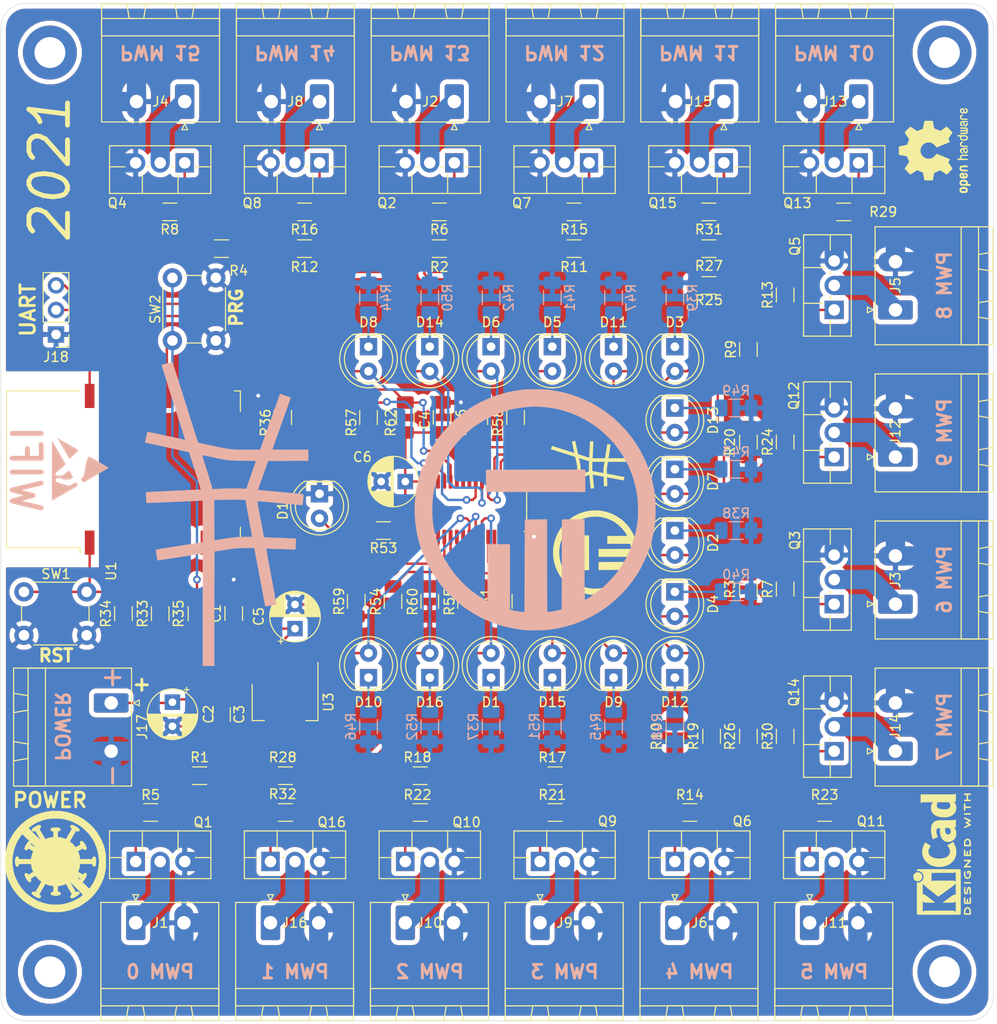
<source format=kicad_pcb>
(kicad_pcb (version 20171130) (host pcbnew 5.1.10-88a1d61d58~90~ubuntu20.04.1)
  (layers (0 F.Cu signal) (31 B.Cu signal) (34 B.Paste user hide) (35 F.Paste user hide) (36 B.SilkS user) (37 F.SilkS user) (38 B.Mask user) (39 F.Mask user) (44 Edge.Cuts user))
  (net 0 "")
  (net 1 "Net-(Q1-Pad1)")
  (net 2 "Net-(U1-Pad17)")
  (net 3 "Net-(U1-Pad14)")
  (net 4 "Net-(U1-Pad13)")
  (net 5 "Net-(U1-Pad12)")
  (net 6 "Net-(U1-Pad11)")
  (net 7 "Net-(U1-Pad10)")
  (net 8 "Net-(U1-Pad9)")
  (net 9 "Net-(U1-Pad7)")
  (net 10 "Net-(U1-Pad6)")
  (net 11 "Net-(U1-Pad5)")
  (net 12 "Net-(U1-Pad4)")
  (net 13 "Net-(U1-Pad2)")
  (net 14 GND)
  (net 15 "Net-(J1-Pad1)")
  (net 16 "Net-(J2-Pad1)")
  (net 17 "Net-(J3-Pad1)")
  (net 18 "Net-(J4-Pad1)")
  (net 19 "Net-(J5-Pad1)")
  (net 20 "Net-(J6-Pad1)")
  (net 21 "Net-(J7-Pad1)")
  (net 22 "Net-(J8-Pad1)")
  (net 23 "Net-(J9-Pad1)")
  (net 24 "Net-(J10-Pad1)")
  (net 25 "Net-(J11-Pad1)")
  (net 26 "Net-(J12-Pad1)")
  (net 27 "Net-(J13-Pad1)")
  (net 28 "Net-(J14-Pad1)")
  (net 29 "Net-(J15-Pad1)")
  (net 30 "Net-(J16-Pad1)")
  (net 31 "Net-(Q2-Pad1)")
  (net 32 "Net-(Q3-Pad1)")
  (net 33 "Net-(Q4-Pad1)")
  (net 34 "Net-(Q5-Pad1)")
  (net 35 "Net-(Q6-Pad1)")
  (net 36 "Net-(Q7-Pad1)")
  (net 37 "Net-(Q8-Pad1)")
  (net 38 "Net-(Q9-Pad1)")
  (net 39 "Net-(Q10-Pad1)")
  (net 40 "Net-(Q11-Pad1)")
  (net 41 "Net-(Q12-Pad1)")
  (net 42 "Net-(Q13-Pad1)")
  (net 43 "Net-(Q14-Pad1)")
  (net 44 "Net-(Q15-Pad1)")
  (net 45 "Net-(Q16-Pad1)")
  (net 46 "Net-(C1-Pad1)")
  (net 47 "Net-(J18-Pad3)")
  (net 48 "Net-(R33-Pad2)")
  (net 49 "Net-(R34-Pad2)")
  (net 50 "Net-(R36-Pad1)")
  (net 51 "Net-(R35-Pad1)")
  (net 52 "Net-(C2-Pad1)")
  (net 53 "Net-(D17-Pad2)")
  (net 54 "Net-(R54-Pad1)")
  (net 55 "Net-(R55-Pad1)")
  (net 56 "Net-(R56-Pad1)")
  (net 57 "Net-(R58-Pad1)")
  (net 58 "Net-(R59-Pad1)")
  (net 59 "Net-(R60-Pad1)")
  (net 60 "Net-(R61-Pad1)")
  (net 61 "Net-(D1-Pad1)")
  (net 62 "Net-(D2-Pad1)")
  (net 63 "Net-(D3-Pad1)")
  (net 64 "Net-(D4-Pad1)")
  (net 65 "Net-(D5-Pad1)")
  (net 66 "Net-(D6-Pad1)")
  (net 67 "Net-(D7-Pad1)")
  (net 68 "Net-(D8-Pad1)")
  (net 69 "Net-(D9-Pad1)")
  (net 70 "Net-(D10-Pad1)")
  (net 71 "Net-(D11-Pad1)")
  (net 72 "Net-(D12-Pad1)")
  (net 73 "Net-(D13-Pad1)")
  (net 74 "Net-(D14-Pad1)")
  (net 75 "Net-(D15-Pad1)")
  (net 76 "Net-(D16-Pad1)")
  (net 77 /L1)
  (net 78 /L2)
  (net 79 /L3)
  (net 80 /L4)
  (net 81 /L5)
  (net 82 /L6)
  (net 83 /L7)
  (net 84 /L8)
  (net 85 /L9)
  (net 86 /L10)
  (net 87 /L11)
  (net 88 /L12)
  (net 89 /L13)
  (net 90 /L14)
  (net 91 /L15)
  (net 92 /L16)
  (net 93 "Net-(J18-Pad2)")
  (net 94 /SDA)
  (net 95 /SCL)
  (module leder:anticovid (layer F.Cu) (at 103.505 120.65 90)
    (fp_text reference G*** hide)
    (fp_text value LOGO hide)
  )
  (module Symbol:ESD-Logo_6.6x6mm_SilkScreen (layer B.Cu) (at 106.045 80.01 90)
    (fp_text reference REF** hide)
    (fp_text value ESD-Logo_6.6x6mm_SilkScreen hide)
  )
  (module leder:33 (layer B.Cu) (at 153.162 83.82 180)
    (fp_text reference G*** hide)
    (fp_text value LOGO hide)
  )
  (module leder:32 (layer B.Cu) (at 121.666 84.582 180)
    (fp_text reference G*** hide)
    (fp_text value LOGO hide)
  )
  (module Symbol:OSHW-Logo2_9.8x8mm_SilkScreen (layer F.Cu) (at 194.564 46.99 90)
    (fp_text reference REF** hide)
    (fp_text value OSHW-Logo2_9.8x8mm_SilkScreen hide)
  )
  (module ya (layer F.Cu) (at 159.258 88.646 90)
    (fp_text reference G*** hide)
    (fp_text value LOGO hide)
  )
  (module leder:Ilogo10 (layer F.Cu) (at 159.512 79.756 90)
    (fp_text reference G*** hide)
    (fp_text value LOGO hide)
  )
  (module Symbol:KiCad-Logo2_5mm_SilkScreen (layer F.Cu) (at 195.326 119.888 90)
    (fp_text reference REF** hide)
    (fp_text value KiCad-Logo2_5mm_SilkScreen hide)
  )
  (module Capacitor_THT:CP_Radial_D5.0mm_P2.50mm (layer F.Cu) (at 128.27 96.52 90)
    (fp_text reference C5 (at 1.25 -3.75 90) (layer F.SilkS))
    (fp_text value CP)
    (pad 2 thru_hole circle (at 2.5 0 90) (size 1.6 1.6) (drill 0.8) (layers *.Cu *.Mask) (net 14 GND))
    (pad 1 thru_hole rect (at 0 0 90) (size 1.6 1.6) (drill 0.8) (layers *.Cu *.Mask) (net 46 "Net-(C1-Pad1)"))
  )
  (module Resistor_SMD:R_1206_3216Metric_Pad1.30x1.75mm_HandSolder (layer F.Cu) (at 139.7 74.65 270)
    (fp_text reference R62 (at 0.534 1.524 90) (layer F.SilkS))
    (fp_text value 10k)
    (pad 2 smd roundrect (at 1.55 0 270) (size 1.3 1.75) (layers F.Cu F.Paste F.Mask) (roundrect_rratio 0.1923076923076923) (net 46 "Net-(C1-Pad1)"))
    (pad 1 smd roundrect (at -1.55 0 270) (size 1.3 1.75) (layers F.Cu F.Paste F.Mask) (roundrect_rratio 0.1923076923076923) (net 95 /SCL))
  )
  (module Resistor_SMD:R_1206_3216Metric_Pad1.30x1.75mm_HandSolder (layer F.Cu) (at 149.86 93.7 270)
    (fp_text reference R61 (at 0.026 1.778 90) (layer F.SilkS))
    (fp_text value 10k)
    (pad 2 smd roundrect (at 1.55 0 270) (size 1.3 1.75) (layers F.Cu F.Paste F.Mask) (roundrect_rratio 0.1923076923076923) (net 14 GND))
    (pad 1 smd roundrect (at -1.55 0 270) (size 1.3 1.75) (layers F.Cu F.Paste F.Mask) (roundrect_rratio 0.1923076923076923) (net 60 "Net-(R61-Pad1)"))
  )
  (module Resistor_SMD:R_1206_3216Metric_Pad1.30x1.75mm_HandSolder (layer F.Cu) (at 142.24 93.7 270)
    (fp_text reference R60 (at 0.026 1.778 90) (layer F.SilkS))
    (fp_text value 10k)
    (pad 2 smd roundrect (at 1.55 0 270) (size 1.3 1.75) (layers F.Cu F.Paste F.Mask) (roundrect_rratio 0.1923076923076923) (net 14 GND))
    (pad 1 smd roundrect (at -1.55 0 270) (size 1.3 1.75) (layers F.Cu F.Paste F.Mask) (roundrect_rratio 0.1923076923076923) (net 59 "Net-(R60-Pad1)"))
  )
  (module Resistor_SMD:R_1206_3216Metric_Pad1.30x1.75mm_HandSolder (layer F.Cu) (at 134.62 93.7 270)
    (fp_text reference R59 (at 0 1.778 90) (layer F.SilkS))
    (fp_text value 10k)
    (pad 2 smd roundrect (at 1.55 0 270) (size 1.3 1.75) (layers F.Cu F.Paste F.Mask) (roundrect_rratio 0.1923076923076923) (net 14 GND))
    (pad 1 smd roundrect (at -1.55 0 270) (size 1.3 1.75) (layers F.Cu F.Paste F.Mask) (roundrect_rratio 0.1923076923076923) (net 58 "Net-(R59-Pad1)"))
  )
  (module Resistor_SMD:R_1206_3216Metric_Pad1.30x1.75mm_HandSolder (layer F.Cu) (at 151.13 74.65 90)
    (fp_text reference R58 (at -0.534 -1.82 90) (layer F.SilkS))
    (fp_text value 10k)
    (pad 2 smd roundrect (at 1.55 0 90) (size 1.3 1.75) (layers F.Cu F.Paste F.Mask) (roundrect_rratio 0.1923076923076923) (net 14 GND))
    (pad 1 smd roundrect (at -1.55 0 90) (size 1.3 1.75) (layers F.Cu F.Paste F.Mask) (roundrect_rratio 0.1923076923076923) (net 57 "Net-(R58-Pad1)"))
  )
  (module Resistor_SMD:R_1206_3216Metric_Pad1.30x1.75mm_HandSolder (layer F.Cu) (at 135.89 74.65 270)
    (fp_text reference R57 (at 0.534 1.778 90) (layer F.SilkS))
    (fp_text value 10k)
    (pad 2 smd roundrect (at 1.55 0 270) (size 1.3 1.75) (layers F.Cu F.Paste F.Mask) (roundrect_rratio 0.1923076923076923) (net 46 "Net-(C1-Pad1)"))
    (pad 1 smd roundrect (at -1.55 0 270) (size 1.3 1.75) (layers F.Cu F.Paste F.Mask) (roundrect_rratio 0.1923076923076923) (net 94 /SDA))
  )
  (module Resistor_SMD:R_1206_3216Metric_Pad1.30x1.75mm_HandSolder (layer F.Cu) (at 147.32 74.65 90)
    (fp_text reference R56 (at -0.534 -1.82 90) (layer F.SilkS))
    (fp_text value 10k)
    (pad 2 smd roundrect (at 1.55 0 90) (size 1.3 1.75) (layers F.Cu F.Paste F.Mask) (roundrect_rratio 0.1923076923076923) (net 14 GND))
    (pad 1 smd roundrect (at -1.55 0 90) (size 1.3 1.75) (layers F.Cu F.Paste F.Mask) (roundrect_rratio 0.1923076923076923) (net 56 "Net-(R56-Pad1)"))
  )
  (module Resistor_SMD:R_1206_3216Metric_Pad1.30x1.75mm_HandSolder (layer F.Cu) (at 146.05 93.7 270)
    (fp_text reference R55 (at 0.026 1.778 90) (layer F.SilkS))
    (fp_text value 10k)
    (pad 2 smd roundrect (at 1.55 0 270) (size 1.3 1.75) (layers F.Cu F.Paste F.Mask) (roundrect_rratio 0.1923076923076923) (net 14 GND))
    (pad 1 smd roundrect (at -1.55 0 270) (size 1.3 1.75) (layers F.Cu F.Paste F.Mask) (roundrect_rratio 0.1923076923076923) (net 55 "Net-(R55-Pad1)"))
  )
  (module Resistor_SMD:R_1206_3216Metric_Pad1.30x1.75mm_HandSolder (layer F.Cu) (at 138.43 93.7 270)
    (fp_text reference R54 (at 0.026 1.778 90) (layer F.SilkS))
    (fp_text value 10k)
    (pad 2 smd roundrect (at 1.55 0 270) (size 1.3 1.75) (layers F.Cu F.Paste F.Mask) (roundrect_rratio 0.1923076923076923) (net 14 GND))
    (pad 1 smd roundrect (at -1.55 0 270) (size 1.3 1.75) (layers F.Cu F.Paste F.Mask) (roundrect_rratio 0.1923076923076923) (net 54 "Net-(R54-Pad1)"))
  )
  (module Capacitor_THT:CP_Radial_D5.0mm_P2.50mm (layer F.Cu) (at 139.7 81.28 180)
    (fp_text reference C6 (at 4.445 2.54) (layer F.SilkS))
    (fp_text value CP)
    (pad 2 thru_hole circle (at 2.5 0 180) (size 1.6 1.6) (drill 0.8) (layers *.Cu *.Mask) (net 14 GND))
    (pad 1 thru_hole rect (at 0 0 180) (size 1.6 1.6) (drill 0.8) (layers *.Cu *.Mask) (net 46 "Net-(C1-Pad1)"))
  )
  (module Resistor_SMD:R_1206_3216Metric_Pad1.30x1.75mm_HandSolder (layer F.Cu) (at 137.44 86.36 180)
    (fp_text reference R53 (at 0 -1.82) (layer F.SilkS))
    (fp_text value R)
    (pad 2 smd roundrect (at 1.55 0 180) (size 1.3 1.75) (layers F.Cu F.Paste F.Mask) (roundrect_rratio 0.1923076923076923) (net 53 "Net-(D17-Pad2)"))
    (pad 1 smd roundrect (at -1.55 0 180) (size 1.3 1.75) (layers F.Cu F.Paste F.Mask) (roundrect_rratio 0.1923076923076923) (net 46 "Net-(C1-Pad1)"))
  )
  (module Resistor_SMD:R_1206_3216Metric_Pad1.30x1.75mm_HandSolder (layer B.Cu) (at 142.24 106.68 270)
    (fp_text reference R52 (at 0 1.82 270) (layer B.SilkS) (effects (justify mirror)))
    (fp_text value R)
    (pad 2 smd roundrect (at 1.55 0 270) (size 1.3 1.75) (layers B.Cu B.Paste B.Mask) (roundrect_rratio 0.1923076923076923) (net 14 GND))
    (pad 1 smd roundrect (at -1.55 0 270) (size 1.3 1.75) (layers B.Cu B.Paste B.Mask) (roundrect_rratio 0.1923076923076923) (net 76 "Net-(D16-Pad1)"))
  )
  (module Resistor_SMD:R_1206_3216Metric_Pad1.30x1.75mm_HandSolder (layer B.Cu) (at 154.94 106.68 270)
    (fp_text reference R51 (at 0 1.82 270) (layer B.SilkS) (effects (justify mirror)))
    (fp_text value R)
    (pad 2 smd roundrect (at 1.55 0 270) (size 1.3 1.75) (layers B.Cu B.Paste B.Mask) (roundrect_rratio 0.1923076923076923) (net 14 GND))
    (pad 1 smd roundrect (at -1.55 0 270) (size 1.3 1.75) (layers B.Cu B.Paste B.Mask) (roundrect_rratio 0.1923076923076923) (net 75 "Net-(D15-Pad1)"))
  )
  (module Resistor_SMD:R_1206_3216Metric_Pad1.30x1.75mm_HandSolder (layer B.Cu) (at 142.24 62.23 90)
    (fp_text reference R50 (at 0 1.82 -90) (layer B.SilkS) (effects (justify mirror)))
    (fp_text value R)
    (pad 2 smd roundrect (at 1.55 0 90) (size 1.3 1.75) (layers B.Cu B.Paste B.Mask) (roundrect_rratio 0.1923076923076923) (net 14 GND))
    (pad 1 smd roundrect (at -1.55 0 90) (size 1.3 1.75) (layers B.Cu B.Paste B.Mask) (roundrect_rratio 0.1923076923076923) (net 74 "Net-(D14-Pad1)"))
  )
  (module Resistor_SMD:R_1206_3216Metric_Pad1.30x1.75mm_HandSolder (layer B.Cu) (at 173.99 73.66)
    (fp_text reference R49 (at 0 -1.778 180) (layer B.SilkS) (effects (justify mirror)))
    (fp_text value R)
    (pad 2 smd roundrect (at 1.55 0) (size 1.3 1.75) (layers B.Cu B.Paste B.Mask) (roundrect_rratio 0.1923076923076923) (net 14 GND))
    (pad 1 smd roundrect (at -1.55 0) (size 1.3 1.75) (layers B.Cu B.Paste B.Mask) (roundrect_rratio 0.1923076923076923) (net 73 "Net-(D13-Pad1)"))
  )
  (module Resistor_SMD:R_1206_3216Metric_Pad1.30x1.75mm_HandSolder (layer B.Cu) (at 167.64 106.68 270)
    (fp_text reference R48 (at 0 1.82 270) (layer B.SilkS) (effects (justify mirror)))
    (fp_text value R)
    (pad 2 smd roundrect (at 1.55 0 270) (size 1.3 1.75) (layers B.Cu B.Paste B.Mask) (roundrect_rratio 0.1923076923076923) (net 14 GND))
    (pad 1 smd roundrect (at -1.55 0 270) (size 1.3 1.75) (layers B.Cu B.Paste B.Mask) (roundrect_rratio 0.1923076923076923) (net 72 "Net-(D12-Pad1)"))
  )
  (module Resistor_SMD:R_1206_3216Metric_Pad1.30x1.75mm_HandSolder (layer B.Cu) (at 161.29 62.23 90)
    (fp_text reference R47 (at 0 1.82 270) (layer B.SilkS) (effects (justify mirror)))
    (fp_text value R)
    (pad 2 smd roundrect (at 1.55 0 90) (size 1.3 1.75) (layers B.Cu B.Paste B.Mask) (roundrect_rratio 0.1923076923076923) (net 14 GND))
    (pad 1 smd roundrect (at -1.55 0 90) (size 1.3 1.75) (layers B.Cu B.Paste B.Mask) (roundrect_rratio 0.1923076923076923) (net 71 "Net-(D11-Pad1)"))
  )
  (module Resistor_SMD:R_1206_3216Metric_Pad1.30x1.75mm_HandSolder (layer B.Cu) (at 135.89 106.68 270)
    (fp_text reference R46 (at 0 1.82 270) (layer B.SilkS) (effects (justify mirror)))
    (fp_text value R)
    (pad 2 smd roundrect (at 1.55 0 270) (size 1.3 1.75) (layers B.Cu B.Paste B.Mask) (roundrect_rratio 0.1923076923076923) (net 14 GND))
    (pad 1 smd roundrect (at -1.55 0 270) (size 1.3 1.75) (layers B.Cu B.Paste B.Mask) (roundrect_rratio 0.1923076923076923) (net 70 "Net-(D10-Pad1)"))
  )
  (module Resistor_SMD:R_1206_3216Metric_Pad1.30x1.75mm_HandSolder (layer B.Cu) (at 161.29 106.68 270)
    (fp_text reference R45 (at 0 1.82 270) (layer B.SilkS) (effects (justify mirror)))
    (fp_text value R)
    (pad 2 smd roundrect (at 1.55 0 270) (size 1.3 1.75) (layers B.Cu B.Paste B.Mask) (roundrect_rratio 0.1923076923076923) (net 14 GND))
    (pad 1 smd roundrect (at -1.55 0 270) (size 1.3 1.75) (layers B.Cu B.Paste B.Mask) (roundrect_rratio 0.1923076923076923) (net 69 "Net-(D9-Pad1)"))
  )
  (module Resistor_SMD:R_1206_3216Metric_Pad1.30x1.75mm_HandSolder (layer B.Cu) (at 135.89 62.23 90)
    (fp_text reference R44 (at 0 1.82 -90) (layer B.SilkS) (effects (justify mirror)))
    (fp_text value R)
    (pad 2 smd roundrect (at 1.55 0 90) (size 1.3 1.75) (layers B.Cu B.Paste B.Mask) (roundrect_rratio 0.1923076923076923) (net 14 GND))
    (pad 1 smd roundrect (at -1.55 0 90) (size 1.3 1.75) (layers B.Cu B.Paste B.Mask) (roundrect_rratio 0.1923076923076923) (net 68 "Net-(D8-Pad1)"))
  )
  (module Resistor_SMD:R_1206_3216Metric_Pad1.30x1.75mm_HandSolder (layer B.Cu) (at 173.99 80.01)
    (fp_text reference R43 (at 0 -1.778 180) (layer B.SilkS) (effects (justify mirror)))
    (fp_text value R)
    (pad 2 smd roundrect (at 1.55 0) (size 1.3 1.75) (layers B.Cu B.Paste B.Mask) (roundrect_rratio 0.1923076923076923) (net 14 GND))
    (pad 1 smd roundrect (at -1.55 0) (size 1.3 1.75) (layers B.Cu B.Paste B.Mask) (roundrect_rratio 0.1923076923076923) (net 67 "Net-(D7-Pad1)"))
  )
  (module Resistor_SMD:R_1206_3216Metric_Pad1.30x1.75mm_HandSolder (layer B.Cu) (at 148.59 62.23 90)
    (fp_text reference R42 (at 0 1.82 -90) (layer B.SilkS) (effects (justify mirror)))
    (fp_text value R)
    (pad 2 smd roundrect (at 1.55 0 90) (size 1.3 1.75) (layers B.Cu B.Paste B.Mask) (roundrect_rratio 0.1923076923076923) (net 14 GND))
    (pad 1 smd roundrect (at -1.55 0 90) (size 1.3 1.75) (layers B.Cu B.Paste B.Mask) (roundrect_rratio 0.1923076923076923) (net 66 "Net-(D6-Pad1)"))
  )
  (module Resistor_SMD:R_1206_3216Metric_Pad1.30x1.75mm_HandSolder (layer B.Cu) (at 154.94 62.23 90)
    (fp_text reference R41 (at 0 1.82 -90) (layer B.SilkS) (effects (justify mirror)))
    (fp_text value R)
    (pad 2 smd roundrect (at 1.55 0 90) (size 1.3 1.75) (layers B.Cu B.Paste B.Mask) (roundrect_rratio 0.1923076923076923) (net 14 GND))
    (pad 1 smd roundrect (at -1.55 0 90) (size 1.3 1.75) (layers B.Cu B.Paste B.Mask) (roundrect_rratio 0.1923076923076923) (net 65 "Net-(D5-Pad1)"))
  )
  (module Resistor_SMD:R_1206_3216Metric_Pad1.30x1.75mm_HandSolder (layer B.Cu) (at 173.99 92.71)
    (fp_text reference R40 (at 0 -1.778 180) (layer B.SilkS) (effects (justify mirror)))
    (fp_text value R)
    (pad 2 smd roundrect (at 1.55 0) (size 1.3 1.75) (layers B.Cu B.Paste B.Mask) (roundrect_rratio 0.1923076923076923) (net 14 GND))
    (pad 1 smd roundrect (at -1.55 0) (size 1.3 1.75) (layers B.Cu B.Paste B.Mask) (roundrect_rratio 0.1923076923076923) (net 64 "Net-(D4-Pad1)"))
  )
  (module Resistor_SMD:R_1206_3216Metric_Pad1.30x1.75mm_HandSolder (layer B.Cu) (at 167.64 62.23 90)
    (fp_text reference R39 (at 0 1.82 270) (layer B.SilkS) (effects (justify mirror)))
    (fp_text value R)
    (pad 2 smd roundrect (at 1.55 0 90) (size 1.3 1.75) (layers B.Cu B.Paste B.Mask) (roundrect_rratio 0.1923076923076923) (net 14 GND))
    (pad 1 smd roundrect (at -1.55 0 90) (size 1.3 1.75) (layers B.Cu B.Paste B.Mask) (roundrect_rratio 0.1923076923076923) (net 63 "Net-(D3-Pad1)"))
  )
  (module Resistor_SMD:R_1206_3216Metric_Pad1.30x1.75mm_HandSolder (layer B.Cu) (at 173.99 86.36)
    (fp_text reference R38 (at 0 -1.778 180) (layer B.SilkS) (effects (justify mirror)))
    (fp_text value R)
    (pad 2 smd roundrect (at 1.55 0) (size 1.3 1.75) (layers B.Cu B.Paste B.Mask) (roundrect_rratio 0.1923076923076923) (net 14 GND))
    (pad 1 smd roundrect (at -1.55 0) (size 1.3 1.75) (layers B.Cu B.Paste B.Mask) (roundrect_rratio 0.1923076923076923) (net 62 "Net-(D2-Pad1)"))
  )
  (module Resistor_SMD:R_1206_3216Metric_Pad1.30x1.75mm_HandSolder (layer B.Cu) (at 148.59 106.68 270)
    (fp_text reference R37 (at 0 1.82 270) (layer B.SilkS) (effects (justify mirror)))
    (fp_text value R)
    (pad 2 smd roundrect (at 1.55 0 270) (size 1.3 1.75) (layers B.Cu B.Paste B.Mask) (roundrect_rratio 0.1923076923076923) (net 14 GND))
    (pad 1 smd roundrect (at -1.55 0 270) (size 1.3 1.75) (layers B.Cu B.Paste B.Mask) (roundrect_rratio 0.1923076923076923) (net 61 "Net-(D1-Pad1)"))
  )
  (module MountingHole:MountingHole_3.2mm_M3_DIN965_Pad (layer F.Cu) (at 195.58 36.83)
    (fp_text reference H4 hide)
    (fp_text value MountingHole)
    (pad 1 thru_hole circle (at 0 0) (size 5.6 5.6) (drill 3.2) (layers *.Cu *.Mask))
  )
  (module MountingHole:MountingHole_3.2mm_M3_DIN965_Pad (layer F.Cu) (at 195.58 132.08)
    (fp_text reference H3 hide)
    (fp_text value MountingHole)
    (pad 1 thru_hole circle (at 0 0) (size 5.6 5.6) (drill 3.2) (layers *.Cu *.Mask))
  )
  (module MountingHole:MountingHole_3.2mm_M3_DIN965_Pad (layer F.Cu) (at 102.87 36.83)
    (fp_text reference H2 hide)
    (fp_text value MountingHole)
    (pad 1 thru_hole circle (at 0 0) (size 5.6 5.6) (drill 3.2) (layers *.Cu *.Mask))
  )
  (module MountingHole:MountingHole_3.2mm_M3_DIN965_Pad (layer F.Cu) (at 102.87 132.08)
    (fp_text reference H1 hide)
    (fp_text value MountingHole)
    (pad 1 thru_hole circle (at 0 0) (size 5.6 5.6) (drill 3.2) (layers *.Cu *.Mask))
  )
  (module LED_THT:LED_D5.0mm (layer F.Cu) (at 130.81 82.55 270)
    (fp_text reference D17 (at 1.27 3.81 90) (layer F.SilkS))
    (fp_text value LED)
    (pad 2 thru_hole circle (at 2.54 0 270) (size 1.8 1.8) (drill 0.9) (layers *.Cu *.Mask) (net 53 "Net-(D17-Pad2)"))
    (pad 1 thru_hole rect (at 0 0 270) (size 1.8 1.8) (drill 0.9) (layers *.Cu *.Mask) (net 14 GND))
  )
  (module LED_THT:LED_D5.0mm (layer F.Cu) (at 142.24 101.6 90)
    (fp_text reference D16 (at -2.54 0 180) (layer F.SilkS))
    (fp_text value LED)
    (pad 2 thru_hole circle (at 2.54 0 90) (size 1.8 1.8) (drill 0.9) (layers *.Cu *.Mask) (net 78 /L2))
    (pad 1 thru_hole rect (at 0 0 90) (size 1.8 1.8) (drill 0.9) (layers *.Cu *.Mask) (net 76 "Net-(D16-Pad1)"))
  )
  (module LED_THT:LED_D5.0mm (layer F.Cu) (at 154.94 101.6 90)
    (fp_text reference D15 (at -2.54 0 180) (layer F.SilkS))
    (fp_text value LED)
    (pad 2 thru_hole circle (at 2.54 0 90) (size 1.8 1.8) (drill 0.9) (layers *.Cu *.Mask) (net 80 /L4))
    (pad 1 thru_hole rect (at 0 0 90) (size 1.8 1.8) (drill 0.9) (layers *.Cu *.Mask) (net 75 "Net-(D15-Pad1)"))
  )
  (module LED_THT:LED_D5.0mm (layer F.Cu) (at 142.24 67.31 270)
    (fp_text reference D14 (at -2.54 0 180) (layer F.SilkS))
    (fp_text value LED)
    (pad 2 thru_hole circle (at 2.54 0 270) (size 1.8 1.8) (drill 0.9) (layers *.Cu *.Mask) (net 91 /L15))
    (pad 1 thru_hole rect (at 0 0 270) (size 1.8 1.8) (drill 0.9) (layers *.Cu *.Mask) (net 74 "Net-(D14-Pad1)"))
  )
  (module LED_THT:LED_D5.0mm (layer F.Cu) (at 167.64 73.66 270)
    (fp_text reference D13 (at 1.27 -3.96 90) (layer F.SilkS))
    (fp_text value LED)
    (pad 2 thru_hole circle (at 2.54 0 270) (size 1.8 1.8) (drill 0.9) (layers *.Cu *.Mask) (net 86 /L10))
    (pad 1 thru_hole rect (at 0 0 270) (size 1.8 1.8) (drill 0.9) (layers *.Cu *.Mask) (net 73 "Net-(D13-Pad1)"))
  )
  (module LED_THT:LED_D5.0mm (layer F.Cu) (at 167.64 101.6 90)
    (fp_text reference D12 (at -2.54 0 180) (layer F.SilkS))
    (fp_text value LED)
    (pad 2 thru_hole circle (at 2.54 0 90) (size 1.8 1.8) (drill 0.9) (layers *.Cu *.Mask) (net 82 /L6))
    (pad 1 thru_hole rect (at 0 0 90) (size 1.8 1.8) (drill 0.9) (layers *.Cu *.Mask) (net 72 "Net-(D12-Pad1)"))
  )
  (module LED_THT:LED_D5.0mm (layer F.Cu) (at 161.29 67.31 270)
    (fp_text reference D11 (at -2.54 0 180) (layer F.SilkS))
    (fp_text value LED)
    (pad 2 thru_hole circle (at 2.54 0 270) (size 1.8 1.8) (drill 0.9) (layers *.Cu *.Mask) (net 88 /L12))
    (pad 1 thru_hole rect (at 0 0 270) (size 1.8 1.8) (drill 0.9) (layers *.Cu *.Mask) (net 71 "Net-(D11-Pad1)"))
  )
  (module LED_THT:LED_D5.0mm (layer F.Cu) (at 135.89 101.6 90)
    (fp_text reference D10 (at -2.54 0 180) (layer F.SilkS))
    (fp_text value LED)
    (pad 2 thru_hole circle (at 2.54 0 90) (size 1.8 1.8) (drill 0.9) (layers *.Cu *.Mask) (net 77 /L1))
    (pad 1 thru_hole rect (at 0 0 90) (size 1.8 1.8) (drill 0.9) (layers *.Cu *.Mask) (net 70 "Net-(D10-Pad1)"))
  )
  (module LED_THT:LED_D5.0mm (layer F.Cu) (at 161.29 101.6 90)
    (fp_text reference D9 (at -2.54 0 180) (layer F.SilkS))
    (fp_text value LED)
    (pad 2 thru_hole circle (at 2.54 0 90) (size 1.8 1.8) (drill 0.9) (layers *.Cu *.Mask) (net 81 /L5))
    (pad 1 thru_hole rect (at 0 0 90) (size 1.8 1.8) (drill 0.9) (layers *.Cu *.Mask) (net 69 "Net-(D9-Pad1)"))
  )
  (module LED_THT:LED_D5.0mm (layer F.Cu) (at 135.89 67.31 270)
    (fp_text reference D8 (at -2.54 0 180) (layer F.SilkS))
    (fp_text value LED)
    (pad 2 thru_hole circle (at 2.54 0 270) (size 1.8 1.8) (drill 0.9) (layers *.Cu *.Mask) (net 92 /L16))
    (pad 1 thru_hole rect (at 0 0 270) (size 1.8 1.8) (drill 0.9) (layers *.Cu *.Mask) (net 68 "Net-(D8-Pad1)"))
  )
  (module LED_THT:LED_D5.0mm (layer F.Cu) (at 167.64 80.01 270)
    (fp_text reference D7 (at 1.27 -3.96 90) (layer F.SilkS))
    (fp_text value LED)
    (pad 2 thru_hole circle (at 2.54 0 270) (size 1.8 1.8) (drill 0.9) (layers *.Cu *.Mask) (net 85 /L9))
    (pad 1 thru_hole rect (at 0 0 270) (size 1.8 1.8) (drill 0.9) (layers *.Cu *.Mask) (net 67 "Net-(D7-Pad1)"))
  )
  (module LED_THT:LED_D5.0mm (layer F.Cu) (at 148.59 67.31 270)
    (fp_text reference D6 (at -2.54 0 180) (layer F.SilkS))
    (fp_text value LED)
    (pad 2 thru_hole circle (at 2.54 0 270) (size 1.8 1.8) (drill 0.9) (layers *.Cu *.Mask) (net 90 /L14))
    (pad 1 thru_hole rect (at 0 0 270) (size 1.8 1.8) (drill 0.9) (layers *.Cu *.Mask) (net 66 "Net-(D6-Pad1)"))
  )
  (module LED_THT:LED_D5.0mm (layer F.Cu) (at 154.94 67.31 270)
    (fp_text reference D5 (at -2.54 0 180) (layer F.SilkS))
    (fp_text value LED)
    (pad 2 thru_hole circle (at 2.54 0 270) (size 1.8 1.8) (drill 0.9) (layers *.Cu *.Mask) (net 89 /L13))
    (pad 1 thru_hole rect (at 0 0 270) (size 1.8 1.8) (drill 0.9) (layers *.Cu *.Mask) (net 65 "Net-(D5-Pad1)"))
  )
  (module LED_THT:LED_D5.0mm (layer F.Cu) (at 167.64 92.71 270)
    (fp_text reference D4 (at 1.27 -3.96 90) (layer F.SilkS))
    (fp_text value LED)
    (pad 2 thru_hole circle (at 2.54 0 270) (size 1.8 1.8) (drill 0.9) (layers *.Cu *.Mask) (net 83 /L7))
    (pad 1 thru_hole rect (at 0 0 270) (size 1.8 1.8) (drill 0.9) (layers *.Cu *.Mask) (net 64 "Net-(D4-Pad1)"))
  )
  (module LED_THT:LED_D5.0mm (layer F.Cu) (at 167.64 67.31 270)
    (fp_text reference D3 (at -2.54 0 180) (layer F.SilkS))
    (fp_text value LED)
    (pad 2 thru_hole circle (at 2.54 0 270) (size 1.8 1.8) (drill 0.9) (layers *.Cu *.Mask) (net 87 /L11))
    (pad 1 thru_hole rect (at 0 0 270) (size 1.8 1.8) (drill 0.9) (layers *.Cu *.Mask) (net 63 "Net-(D3-Pad1)"))
  )
  (module LED_THT:LED_D5.0mm (layer F.Cu) (at 167.64 86.36 270)
    (fp_text reference D2 (at 1.27 -3.96 90) (layer F.SilkS))
    (fp_text value LED)
    (pad 2 thru_hole circle (at 2.54 0 270) (size 1.8 1.8) (drill 0.9) (layers *.Cu *.Mask) (net 84 /L8))
    (pad 1 thru_hole rect (at 0 0 270) (size 1.8 1.8) (drill 0.9) (layers *.Cu *.Mask) (net 62 "Net-(D2-Pad1)"))
  )
  (module LED_THT:LED_D5.0mm (layer F.Cu) (at 148.59 101.6 90)
    (fp_text reference D1 (at -2.54 0 180) (layer F.SilkS))
    (fp_text value LED)
    (pad 2 thru_hole circle (at 2.54 0 90) (size 1.8 1.8) (drill 0.9) (layers *.Cu *.Mask) (net 79 /L3))
    (pad 1 thru_hole rect (at 0 0 90) (size 1.8 1.8) (drill 0.9) (layers *.Cu *.Mask) (net 61 "Net-(D1-Pad1)"))
  )
  (module Capacitor_SMD:C_1206_3216Metric_Pad1.33x1.80mm_HandSolder (layer F.Cu) (at 143.51 74.6375 90)
    (fp_text reference C4 (at -0.2925 -1.778 90) (layer F.SilkS))
    (fp_text value 0.1u)
    (pad 2 smd roundrect (at 1.5625 0 90) (size 1.325 1.8) (layers F.Cu F.Paste F.Mask) (roundrect_rratio 0.1886784905660377) (net 14 GND))
    (pad 1 smd roundrect (at -1.5625 0 90) (size 1.325 1.8) (layers F.Cu F.Paste F.Mask) (roundrect_rratio 0.1886784905660377) (net 46 "Net-(C1-Pad1)"))
  )
  (module Capacitor_SMD:C_1206_3216Metric_Pad1.33x1.80mm_HandSolder (layer F.Cu) (at 120.65 105.41 270)
    (fp_text reference C3 (at 0 -1.85 90) (layer F.SilkS))
    (fp_text value 0.1u)
    (pad 2 smd roundrect (at 1.5625 0 270) (size 1.325 1.8) (layers F.Cu F.Paste F.Mask) (roundrect_rratio 0.1886784905660377) (net 14 GND))
    (pad 1 smd roundrect (at -1.5625 0 270) (size 1.325 1.8) (layers F.Cu F.Paste F.Mask) (roundrect_rratio 0.1886784905660377) (net 52 "Net-(C2-Pad1)"))
  )
  (module Capacitor_THT:CP_Radial_D5.0mm_P2.50mm (layer F.Cu) (at 115.57 104.14 270)
    (fp_text reference C2 (at 1.25 -3.75 90) (layer F.SilkS))
    (fp_text value CP)
    (pad 2 thru_hole circle (at 2.5 0 270) (size 1.6 1.6) (drill 0.8) (layers *.Cu *.Mask) (net 14 GND))
    (pad 1 thru_hole rect (at 0 0 270) (size 1.6 1.6) (drill 0.8) (layers *.Cu *.Mask) (net 52 "Net-(C2-Pad1)"))
  )
  (module Package_TO_SOT_SMD:SOT-223 (layer F.Cu) (at 127.24 104.14 270)
    (fp_text reference U3 (at 0 -4.5 90) (layer F.SilkS))
    (fp_text value LM1117-3.3)
    (pad 1 smd rect (at -3.15 -2.3 270) (size 2 1.5) (layers F.Cu F.Paste F.Mask) (net 14 GND))
    (pad 3 smd rect (at -3.15 2.3 270) (size 2 1.5) (layers F.Cu F.Paste F.Mask) (net 52 "Net-(C2-Pad1)"))
    (pad 2 smd rect (at -3.15 0 270) (size 2 1.5) (layers F.Cu F.Paste F.Mask) (net 46 "Net-(C1-Pad1)"))
    (pad 4 smd rect (at 3.15 0 270) (size 2 3.8) (layers F.Cu F.Paste F.Mask))
  )
  (module Button_Switch_THT:SW_PUSH_6mm_H4.3mm (layer F.Cu) (at 115.57 66.675 90)
    (fp_text reference SW2 (at 3.25 -1.778 90) (layer F.SilkS))
    (fp_text value SW_Push)
    (pad 1 thru_hole circle (at 6.5 0 180) (size 2 2) (drill 1.1) (layers *.Cu *.Mask) (net 51 "Net-(R35-Pad1)"))
    (pad 2 thru_hole circle (at 6.5 4.5 180) (size 2 2) (drill 1.1) (layers *.Cu *.Mask) (net 14 GND))
    (pad 1 thru_hole circle (at 0 0 180) (size 2 2) (drill 1.1) (layers *.Cu *.Mask) (net 51 "Net-(R35-Pad1)"))
    (pad 2 thru_hole circle (at 0 4.5 180) (size 2 2) (drill 1.1) (layers *.Cu *.Mask) (net 14 GND))
  )
  (module Button_Switch_THT:SW_PUSH_6mm_H4.3mm (layer F.Cu) (at 106.68 97.21 180)
    (fp_text reference SW1 (at 3.175 6.35) (layer F.SilkS))
    (fp_text value SW_Push)
    (pad 1 thru_hole circle (at 6.5 0 270) (size 2 2) (drill 1.1) (layers *.Cu *.Mask) (net 14 GND))
    (pad 2 thru_hole circle (at 6.5 4.5 270) (size 2 2) (drill 1.1) (layers *.Cu *.Mask) (net 49 "Net-(R34-Pad2)"))
    (pad 1 thru_hole circle (at 0 0 270) (size 2 2) (drill 1.1) (layers *.Cu *.Mask) (net 14 GND))
    (pad 2 thru_hole circle (at 0 4.5 270) (size 2 2) (drill 1.1) (layers *.Cu *.Mask) (net 49 "Net-(R34-Pad2)"))
  )
  (module Resistor_SMD:R_1206_3216Metric_Pad1.30x1.75mm_HandSolder (layer F.Cu) (at 127 74.65 270)
    (fp_text reference R36 (at 0.534 1.778 90) (layer F.SilkS))
    (fp_text value 10k)
    (pad 2 smd roundrect (at 1.55 0 270) (size 1.3 1.75) (layers F.Cu F.Paste F.Mask) (roundrect_rratio 0.1923076923076923) (net 14 GND))
    (pad 1 smd roundrect (at -1.55 0 270) (size 1.3 1.75) (layers F.Cu F.Paste F.Mask) (roundrect_rratio 0.1923076923076923) (net 50 "Net-(R36-Pad1)"))
  )
  (module Resistor_SMD:R_1206_3216Metric_Pad1.30x1.75mm_HandSolder (layer F.Cu) (at 118.11 94.97 270)
    (fp_text reference R35 (at 0 1.905 90) (layer F.SilkS))
    (fp_text value 10k)
    (pad 2 smd roundrect (at 1.55 0 270) (size 1.3 1.75) (layers F.Cu F.Paste F.Mask) (roundrect_rratio 0.1923076923076923) (net 46 "Net-(C1-Pad1)"))
    (pad 1 smd roundrect (at -1.55 0 270) (size 1.3 1.75) (layers F.Cu F.Paste F.Mask) (roundrect_rratio 0.1923076923076923) (net 51 "Net-(R35-Pad1)"))
  )
  (module Resistor_SMD:R_1206_3216Metric_Pad1.30x1.75mm_HandSolder (layer F.Cu) (at 110.49 94.97 90)
    (fp_text reference R34 (at 0 -1.82 90) (layer F.SilkS))
    (fp_text value 10k)
    (pad 2 smd roundrect (at 1.55 0 90) (size 1.3 1.75) (layers F.Cu F.Paste F.Mask) (roundrect_rratio 0.1923076923076923) (net 49 "Net-(R34-Pad2)"))
    (pad 1 smd roundrect (at -1.55 0 90) (size 1.3 1.75) (layers F.Cu F.Paste F.Mask) (roundrect_rratio 0.1923076923076923) (net 46 "Net-(C1-Pad1)"))
  )
  (module Resistor_SMD:R_1206_3216Metric_Pad1.30x1.75mm_HandSolder (layer F.Cu) (at 114.3 94.97 90)
    (fp_text reference R33 (at 0 -1.82 90) (layer F.SilkS))
    (fp_text value 10k)
    (pad 2 smd roundrect (at 1.55 0 90) (size 1.3 1.75) (layers F.Cu F.Paste F.Mask) (roundrect_rratio 0.1923076923076923) (net 48 "Net-(R33-Pad2)"))
    (pad 1 smd roundrect (at -1.55 0 90) (size 1.3 1.75) (layers F.Cu F.Paste F.Mask) (roundrect_rratio 0.1923076923076923) (net 46 "Net-(C1-Pad1)"))
  )
  (module Resistor_SMD:R_1206_3216Metric_Pad1.30x1.75mm_HandSolder (layer F.Cu) (at 127.28 115.57)
    (fp_text reference R32 (at -0.28 -1.905) (layer F.SilkS))
    (fp_text value R)
    (pad 2 smd roundrect (at 1.55 0) (size 1.3 1.75) (layers F.Cu F.Paste F.Mask) (roundrect_rratio 0.1923076923076923) (net 14 GND))
    (pad 1 smd roundrect (at -1.55 0) (size 1.3 1.75) (layers F.Cu F.Paste F.Mask) (roundrect_rratio 0.1923076923076923) (net 45 "Net-(Q16-Pad1)"))
  )
  (module Resistor_SMD:R_1206_3216Metric_Pad1.30x1.75mm_HandSolder (layer F.Cu) (at 171.17 53.34 180)
    (fp_text reference R31 (at 0 -1.82) (layer F.SilkS))
    (fp_text value R)
    (pad 2 smd roundrect (at 1.55 0 180) (size 1.3 1.75) (layers F.Cu F.Paste F.Mask) (roundrect_rratio 0.1923076923076923) (net 14 GND))
    (pad 1 smd roundrect (at -1.55 0 180) (size 1.3 1.75) (layers F.Cu F.Paste F.Mask) (roundrect_rratio 0.1923076923076923) (net 44 "Net-(Q15-Pad1)"))
  )
  (module Resistor_SMD:R_1206_3216Metric_Pad1.30x1.75mm_HandSolder (layer F.Cu) (at 179.07 107.67 90)
    (fp_text reference R30 (at 0 -1.82 90) (layer F.SilkS))
    (fp_text value R)
    (pad 2 smd roundrect (at 1.55 0 90) (size 1.3 1.75) (layers F.Cu F.Paste F.Mask) (roundrect_rratio 0.1923076923076923) (net 14 GND))
    (pad 1 smd roundrect (at -1.55 0 90) (size 1.3 1.75) (layers F.Cu F.Paste F.Mask) (roundrect_rratio 0.1923076923076923) (net 43 "Net-(Q14-Pad1)"))
  )
  (module Resistor_SMD:R_1206_3216Metric_Pad1.30x1.75mm_HandSolder (layer F.Cu) (at 185.14 53.34 180)
    (fp_text reference R29 (at -4.09 0) (layer F.SilkS))
    (fp_text value R)
    (pad 2 smd roundrect (at 1.55 0 180) (size 1.3 1.75) (layers F.Cu F.Paste F.Mask) (roundrect_rratio 0.1923076923076923) (net 14 GND))
    (pad 1 smd roundrect (at -1.55 0 180) (size 1.3 1.75) (layers F.Cu F.Paste F.Mask) (roundrect_rratio 0.1923076923076923) (net 42 "Net-(Q13-Pad1)"))
  )
  (module Resistor_SMD:R_1206_3216Metric_Pad1.30x1.75mm_HandSolder (layer F.Cu) (at 127.28 111.76 180)
    (fp_text reference R28 (at 0.28 1.905) (layer F.SilkS))
    (fp_text value R)
    (pad 2 smd roundrect (at 1.55 0 180) (size 1.3 1.75) (layers F.Cu F.Paste F.Mask) (roundrect_rratio 0.1923076923076923) (net 45 "Net-(Q16-Pad1)"))
    (pad 1 smd roundrect (at -1.55 0 180) (size 1.3 1.75) (layers F.Cu F.Paste F.Mask) (roundrect_rratio 0.1923076923076923) (net 78 /L2))
  )
  (module Resistor_SMD:R_1206_3216Metric_Pad1.30x1.75mm_HandSolder (layer F.Cu) (at 171.17 57.15)
    (fp_text reference R27 (at 0 1.778) (layer F.SilkS))
    (fp_text value R)
    (pad 2 smd roundrect (at 1.55 0) (size 1.3 1.75) (layers F.Cu F.Paste F.Mask) (roundrect_rratio 0.1923076923076923) (net 44 "Net-(Q15-Pad1)"))
    (pad 1 smd roundrect (at -1.55 0) (size 1.3 1.75) (layers F.Cu F.Paste F.Mask) (roundrect_rratio 0.1923076923076923) (net 88 /L12))
  )
  (module Resistor_SMD:R_1206_3216Metric_Pad1.30x1.75mm_HandSolder (layer F.Cu) (at 175.26 107.67 270)
    (fp_text reference R26 (at 0 1.905 90) (layer F.SilkS))
    (fp_text value R)
    (pad 2 smd roundrect (at 1.55 0 270) (size 1.3 1.75) (layers F.Cu F.Paste F.Mask) (roundrect_rratio 0.1923076923076923) (net 43 "Net-(Q14-Pad1)"))
    (pad 1 smd roundrect (at -1.55 0 270) (size 1.3 1.75) (layers F.Cu F.Paste F.Mask) (roundrect_rratio 0.1923076923076923) (net 83 /L7))
  )
  (module Resistor_SMD:R_1206_3216Metric_Pad1.30x1.75mm_HandSolder (layer F.Cu) (at 171.17 60.96)
    (fp_text reference R25 (at 0 1.524) (layer F.SilkS))
    (fp_text value R)
    (pad 2 smd roundrect (at 1.55 0) (size 1.3 1.75) (layers F.Cu F.Paste F.Mask) (roundrect_rratio 0.1923076923076923) (net 42 "Net-(Q13-Pad1)"))
    (pad 1 smd roundrect (at -1.55 0) (size 1.3 1.75) (layers F.Cu F.Paste F.Mask) (roundrect_rratio 0.1923076923076923) (net 87 /L11))
  )
  (module Resistor_SMD:R_1206_3216Metric_Pad1.30x1.75mm_HandSolder (layer F.Cu) (at 179.07 77.19 90)
    (fp_text reference R24 (at 0 -1.82 90) (layer F.SilkS))
    (fp_text value R)
    (pad 2 smd roundrect (at 1.55 0 90) (size 1.3 1.75) (layers F.Cu F.Paste F.Mask) (roundrect_rratio 0.1923076923076923) (net 14 GND))
    (pad 1 smd roundrect (at -1.55 0 90) (size 1.3 1.75) (layers F.Cu F.Paste F.Mask) (roundrect_rratio 0.1923076923076923) (net 41 "Net-(Q12-Pad1)"))
  )
  (module Resistor_SMD:R_1206_3216Metric_Pad1.30x1.75mm_HandSolder (layer F.Cu) (at 183.16 115.57)
    (fp_text reference R23 (at 0 -1.82) (layer F.SilkS))
    (fp_text value R)
    (pad 2 smd roundrect (at 1.55 0) (size 1.3 1.75) (layers F.Cu F.Paste F.Mask) (roundrect_rratio 0.1923076923076923) (net 14 GND))
    (pad 1 smd roundrect (at -1.55 0) (size 1.3 1.75) (layers F.Cu F.Paste F.Mask) (roundrect_rratio 0.1923076923076923) (net 40 "Net-(Q11-Pad1)"))
  )
  (module Resistor_SMD:R_1206_3216Metric_Pad1.30x1.75mm_HandSolder (layer F.Cu) (at 141.25 115.57)
    (fp_text reference R22 (at -0.28 -1.82) (layer F.SilkS))
    (fp_text value R)
    (pad 2 smd roundrect (at 1.55 0) (size 1.3 1.75) (layers F.Cu F.Paste F.Mask) (roundrect_rratio 0.1923076923076923) (net 14 GND))
    (pad 1 smd roundrect (at -1.55 0) (size 1.3 1.75) (layers F.Cu F.Paste F.Mask) (roundrect_rratio 0.1923076923076923) (net 39 "Net-(Q10-Pad1)"))
  )
  (module Resistor_SMD:R_1206_3216Metric_Pad1.30x1.75mm_HandSolder (layer F.Cu) (at 155.22 115.57)
    (fp_text reference R21 (at -0.28 -1.82) (layer F.SilkS))
    (fp_text value R)
    (pad 2 smd roundrect (at 1.55 0) (size 1.3 1.75) (layers F.Cu F.Paste F.Mask) (roundrect_rratio 0.1923076923076923) (net 14 GND))
    (pad 1 smd roundrect (at -1.55 0) (size 1.3 1.75) (layers F.Cu F.Paste F.Mask) (roundrect_rratio 0.1923076923076923) (net 38 "Net-(Q9-Pad1)"))
  )
  (module Resistor_SMD:R_1206_3216Metric_Pad1.30x1.75mm_HandSolder (layer F.Cu) (at 175.26 77.19 270)
    (fp_text reference R20 (at 0 1.905 90) (layer F.SilkS))
    (fp_text value R)
    (pad 2 smd roundrect (at 1.55 0 270) (size 1.3 1.75) (layers F.Cu F.Paste F.Mask) (roundrect_rratio 0.1923076923076923) (net 41 "Net-(Q12-Pad1)"))
    (pad 1 smd roundrect (at -1.55 0 270) (size 1.3 1.75) (layers F.Cu F.Paste F.Mask) (roundrect_rratio 0.1923076923076923) (net 85 /L9))
  )
  (module Resistor_SMD:R_1206_3216Metric_Pad1.30x1.75mm_HandSolder (layer F.Cu) (at 171.45 107.67 270)
    (fp_text reference R19 (at 0 1.905 90) (layer F.SilkS))
    (fp_text value R)
    (pad 2 smd roundrect (at 1.55 0 270) (size 1.3 1.75) (layers F.Cu F.Paste F.Mask) (roundrect_rratio 0.1923076923076923) (net 40 "Net-(Q11-Pad1)"))
    (pad 1 smd roundrect (at -1.55 0 270) (size 1.3 1.75) (layers F.Cu F.Paste F.Mask) (roundrect_rratio 0.1923076923076923) (net 82 /L6))
  )
  (module Resistor_SMD:R_1206_3216Metric_Pad1.30x1.75mm_HandSolder (layer F.Cu) (at 141.25 111.76 180)
    (fp_text reference R18 (at 0.28 1.905) (layer F.SilkS))
    (fp_text value R)
    (pad 2 smd roundrect (at 1.55 0 180) (size 1.3 1.75) (layers F.Cu F.Paste F.Mask) (roundrect_rratio 0.1923076923076923) (net 39 "Net-(Q10-Pad1)"))
    (pad 1 smd roundrect (at -1.55 0 180) (size 1.3 1.75) (layers F.Cu F.Paste F.Mask) (roundrect_rratio 0.1923076923076923) (net 79 /L3))
  )
  (module Resistor_SMD:R_1206_3216Metric_Pad1.30x1.75mm_HandSolder (layer F.Cu) (at 155.22 111.76 180)
    (fp_text reference R17 (at 0.28 1.905) (layer F.SilkS))
    (fp_text value R)
    (pad 2 smd roundrect (at 1.55 0 180) (size 1.3 1.75) (layers F.Cu F.Paste F.Mask) (roundrect_rratio 0.1923076923076923) (net 38 "Net-(Q9-Pad1)"))
    (pad 1 smd roundrect (at -1.55 0 180) (size 1.3 1.75) (layers F.Cu F.Paste F.Mask) (roundrect_rratio 0.1923076923076923) (net 80 /L4))
  )
  (module Resistor_SMD:R_1206_3216Metric_Pad1.30x1.75mm_HandSolder (layer F.Cu) (at 129.26 53.34 180)
    (fp_text reference R16 (at 0 -1.82) (layer F.SilkS))
    (fp_text value R)
    (pad 2 smd roundrect (at 1.55 0 180) (size 1.3 1.75) (layers F.Cu F.Paste F.Mask) (roundrect_rratio 0.1923076923076923) (net 14 GND))
    (pad 1 smd roundrect (at -1.55 0 180) (size 1.3 1.75) (layers F.Cu F.Paste F.Mask) (roundrect_rratio 0.1923076923076923) (net 37 "Net-(Q8-Pad1)"))
  )
  (module Resistor_SMD:R_1206_3216Metric_Pad1.30x1.75mm_HandSolder (layer F.Cu) (at 157.2 53.34 180)
    (fp_text reference R15 (at 0 -1.82) (layer F.SilkS))
    (fp_text value R)
    (pad 2 smd roundrect (at 1.55 0 180) (size 1.3 1.75) (layers F.Cu F.Paste F.Mask) (roundrect_rratio 0.1923076923076923) (net 14 GND))
    (pad 1 smd roundrect (at -1.55 0 180) (size 1.3 1.75) (layers F.Cu F.Paste F.Mask) (roundrect_rratio 0.1923076923076923) (net 36 "Net-(Q7-Pad1)"))
  )
  (module Resistor_SMD:R_1206_3216Metric_Pad1.30x1.75mm_HandSolder (layer F.Cu) (at 169.19 115.57)
    (fp_text reference R14 (at 0 -1.82) (layer F.SilkS))
    (fp_text value R)
    (pad 2 smd roundrect (at 1.55 0) (size 1.3 1.75) (layers F.Cu F.Paste F.Mask) (roundrect_rratio 0.1923076923076923) (net 14 GND))
    (pad 1 smd roundrect (at -1.55 0) (size 1.3 1.75) (layers F.Cu F.Paste F.Mask) (roundrect_rratio 0.1923076923076923) (net 35 "Net-(Q6-Pad1)"))
  )
  (module Resistor_SMD:R_1206_3216Metric_Pad1.30x1.75mm_HandSolder (layer F.Cu) (at 179.07 61.95 90)
    (fp_text reference R13 (at 0 -1.82 90) (layer F.SilkS))
    (fp_text value R)
    (pad 2 smd roundrect (at 1.55 0 90) (size 1.3 1.75) (layers F.Cu F.Paste F.Mask) (roundrect_rratio 0.1923076923076923) (net 14 GND))
    (pad 1 smd roundrect (at -1.55 0 90) (size 1.3 1.75) (layers F.Cu F.Paste F.Mask) (roundrect_rratio 0.1923076923076923) (net 34 "Net-(Q5-Pad1)"))
  )
  (module Resistor_SMD:R_1206_3216Metric_Pad1.30x1.75mm_HandSolder (layer F.Cu) (at 129.26 57.15)
    (fp_text reference R12 (at 0 1.905) (layer F.SilkS))
    (fp_text value R)
    (pad 2 smd roundrect (at 1.55 0) (size 1.3 1.75) (layers F.Cu F.Paste F.Mask) (roundrect_rratio 0.1923076923076923) (net 37 "Net-(Q8-Pad1)"))
    (pad 1 smd roundrect (at -1.55 0) (size 1.3 1.75) (layers F.Cu F.Paste F.Mask) (roundrect_rratio 0.1923076923076923) (net 91 /L15))
  )
  (module Resistor_SMD:R_1206_3216Metric_Pad1.30x1.75mm_HandSolder (layer F.Cu) (at 157.2 57.15)
    (fp_text reference R11 (at 0 1.905) (layer F.SilkS))
    (fp_text value R)
    (pad 2 smd roundrect (at 1.55 0) (size 1.3 1.75) (layers F.Cu F.Paste F.Mask) (roundrect_rratio 0.1923076923076923) (net 36 "Net-(Q7-Pad1)"))
    (pad 1 smd roundrect (at -1.55 0) (size 1.3 1.75) (layers F.Cu F.Paste F.Mask) (roundrect_rratio 0.1923076923076923) (net 89 /L13))
  )
  (module Resistor_SMD:R_1206_3216Metric_Pad1.30x1.75mm_HandSolder (layer F.Cu) (at 167.64 107.67 270)
    (fp_text reference R10 (at 0 1.905 90) (layer F.SilkS))
    (fp_text value R)
    (pad 2 smd roundrect (at 1.55 0 270) (size 1.3 1.75) (layers F.Cu F.Paste F.Mask) (roundrect_rratio 0.1923076923076923) (net 35 "Net-(Q6-Pad1)"))
    (pad 1 smd roundrect (at -1.55 0 270) (size 1.3 1.75) (layers F.Cu F.Paste F.Mask) (roundrect_rratio 0.1923076923076923) (net 81 /L5))
  )
  (module Resistor_SMD:R_1206_3216Metric_Pad1.30x1.75mm_HandSolder (layer F.Cu) (at 175.26 67.59 90)
    (fp_text reference R9 (at 0 -1.82 90) (layer F.SilkS))
    (fp_text value R)
    (pad 2 smd roundrect (at 1.55 0 90) (size 1.3 1.75) (layers F.Cu F.Paste F.Mask) (roundrect_rratio 0.1923076923076923) (net 34 "Net-(Q5-Pad1)"))
    (pad 1 smd roundrect (at -1.55 0 90) (size 1.3 1.75) (layers F.Cu F.Paste F.Mask) (roundrect_rratio 0.1923076923076923) (net 86 /L10))
  )
  (module Resistor_SMD:R_1206_3216Metric_Pad1.30x1.75mm_HandSolder (layer F.Cu) (at 115.29 53.34 180)
    (fp_text reference R8 (at 0 -1.82) (layer F.SilkS))
    (fp_text value R)
    (pad 2 smd roundrect (at 1.55 0 180) (size 1.3 1.75) (layers F.Cu F.Paste F.Mask) (roundrect_rratio 0.1923076923076923) (net 14 GND))
    (pad 1 smd roundrect (at -1.55 0 180) (size 1.3 1.75) (layers F.Cu F.Paste F.Mask) (roundrect_rratio 0.1923076923076923) (net 33 "Net-(Q4-Pad1)"))
  )
  (module Resistor_SMD:R_1206_3216Metric_Pad1.30x1.75mm_HandSolder (layer F.Cu) (at 179.07 92.43 90)
    (fp_text reference R7 (at 0 -1.82 90) (layer F.SilkS))
    (fp_text value R)
    (pad 2 smd roundrect (at 1.55 0 90) (size 1.3 1.75) (layers F.Cu F.Paste F.Mask) (roundrect_rratio 0.1923076923076923) (net 14 GND))
    (pad 1 smd roundrect (at -1.55 0 90) (size 1.3 1.75) (layers F.Cu F.Paste F.Mask) (roundrect_rratio 0.1923076923076923) (net 32 "Net-(Q3-Pad1)"))
  )
  (module Resistor_SMD:R_1206_3216Metric_Pad1.30x1.75mm_HandSolder (layer F.Cu) (at 143.23 53.34 180)
    (fp_text reference R6 (at 0 -1.82) (layer F.SilkS))
    (fp_text value R)
    (pad 2 smd roundrect (at 1.55 0 180) (size 1.3 1.75) (layers F.Cu F.Paste F.Mask) (roundrect_rratio 0.1923076923076923) (net 14 GND))
    (pad 1 smd roundrect (at -1.55 0 180) (size 1.3 1.75) (layers F.Cu F.Paste F.Mask) (roundrect_rratio 0.1923076923076923) (net 31 "Net-(Q2-Pad1)"))
  )
  (module Resistor_SMD:R_1206_3216Metric_Pad1.30x1.75mm_HandSolder (layer F.Cu) (at 113.31 115.57)
    (fp_text reference R5 (at 0 -1.82) (layer F.SilkS))
    (fp_text value R)
    (pad 2 smd roundrect (at 1.55 0) (size 1.3 1.75) (layers F.Cu F.Paste F.Mask) (roundrect_rratio 0.1923076923076923) (net 14 GND))
    (pad 1 smd roundrect (at -1.55 0) (size 1.3 1.75) (layers F.Cu F.Paste F.Mask) (roundrect_rratio 0.1923076923076923) (net 1 "Net-(Q1-Pad1)"))
  )
  (module Resistor_SMD:R_1206_3216Metric_Pad1.30x1.75mm_HandSolder (layer F.Cu) (at 120.65 57.15 180)
    (fp_text reference R4 (at -1.778 -2.286) (layer F.SilkS))
    (fp_text value R)
    (pad 2 smd roundrect (at 1.55 0 180) (size 1.3 1.75) (layers F.Cu F.Paste F.Mask) (roundrect_rratio 0.1923076923076923) (net 33 "Net-(Q4-Pad1)"))
    (pad 1 smd roundrect (at -1.55 0 180) (size 1.3 1.75) (layers F.Cu F.Paste F.Mask) (roundrect_rratio 0.1923076923076923) (net 92 /L16))
  )
  (module Resistor_SMD:R_1206_3216Metric_Pad1.30x1.75mm_HandSolder (layer F.Cu) (at 175.26 92.43 270)
    (fp_text reference R3 (at 0 1.905 90) (layer F.SilkS))
    (fp_text value R)
    (pad 2 smd roundrect (at 1.55 0 270) (size 1.3 1.75) (layers F.Cu F.Paste F.Mask) (roundrect_rratio 0.1923076923076923) (net 32 "Net-(Q3-Pad1)"))
    (pad 1 smd roundrect (at -1.55 0 270) (size 1.3 1.75) (layers F.Cu F.Paste F.Mask) (roundrect_rratio 0.1923076923076923) (net 84 /L8))
  )
  (module Resistor_SMD:R_1206_3216Metric_Pad1.30x1.75mm_HandSolder (layer F.Cu) (at 143.23 57.15)
    (fp_text reference R2 (at 0 1.905) (layer F.SilkS))
    (fp_text value R)
    (pad 2 smd roundrect (at 1.55 0) (size 1.3 1.75) (layers F.Cu F.Paste F.Mask) (roundrect_rratio 0.1923076923076923) (net 31 "Net-(Q2-Pad1)"))
    (pad 1 smd roundrect (at -1.55 0) (size 1.3 1.75) (layers F.Cu F.Paste F.Mask) (roundrect_rratio 0.1923076923076923) (net 90 /L14))
  )
  (module Resistor_SMD:R_1206_3216Metric_Pad1.30x1.75mm_HandSolder (layer F.Cu) (at 118.39 111.76 180)
    (fp_text reference R1 (at 0 1.905) (layer F.SilkS))
    (fp_text value R)
    (pad 2 smd roundrect (at 1.55 0 180) (size 1.3 1.75) (layers F.Cu F.Paste F.Mask) (roundrect_rratio 0.1923076923076923) (net 1 "Net-(Q1-Pad1)"))
    (pad 1 smd roundrect (at -1.55 0 180) (size 1.3 1.75) (layers F.Cu F.Paste F.Mask) (roundrect_rratio 0.1923076923076923) (net 77 /L1))
  )
  (module Connector_PinHeader_2.54mm:PinHeader_1x03_P2.54mm_Vertical (layer F.Cu) (at 103.505 66.04 180)
    (fp_text reference J18 (at 0 -2.33) (layer F.SilkS))
    (fp_text value Conn_01x03_Female)
    (pad 3 thru_hole oval (at 0 5.08 180) (size 1.7 1.7) (drill 1) (layers *.Cu *.Mask) (net 47 "Net-(J18-Pad3)"))
    (pad 2 thru_hole oval (at 0 2.54 180) (size 1.7 1.7) (drill 1) (layers *.Cu *.Mask) (net 93 "Net-(J18-Pad2)"))
    (pad 1 thru_hole rect (at 0 0 180) (size 1.7 1.7) (drill 1) (layers *.Cu *.Mask) (net 14 GND))
  )
  (module Capacitor_SMD:C_1206_3216Metric_Pad1.33x1.80mm_HandSolder (layer F.Cu) (at 121.92 94.9575 90)
    (fp_text reference C1 (at 0 -1.85 90) (layer F.SilkS))
    (fp_text value 0.1u)
    (pad 2 smd roundrect (at 1.5625 0 90) (size 1.325 1.8) (layers F.Cu F.Paste F.Mask) (roundrect_rratio 0.1886784905660377) (net 14 GND))
    (pad 1 smd roundrect (at -1.5625 0 90) (size 1.325 1.8) (layers F.Cu F.Paste F.Mask) (roundrect_rratio 0.1886784905660377) (net 46 "Net-(C1-Pad1)"))
  )
  (module Connector_Phoenix_MSTB:PhoenixContact_MSTBA_2,5_2-G_1x02_P5.00mm_Horizontal (layer F.Cu) (at 109.22 104.22 270)
    (fp_text reference J17 (at 2.5 -3.2 90) (layer F.SilkS))
    (fp_text value Conn_01x02_Female)
    (pad 2 thru_hole oval (at 5 0 270) (size 2 3.6) (drill 1.4) (layers *.Cu *.Mask) (net 14 GND))
    (pad 1 thru_hole roundrect (at 0 0 270) (size 2 3.6) (drill 1.4) (layers *.Cu *.Mask) (roundrect_rratio 0.125) (net 52 "Net-(C2-Pad1)"))
  )
  (module Package_TO_SOT_THT:TO-220F-3_Vertical (layer F.Cu) (at 125.73 120.65)
    (fp_text reference Q16 (at 6.35 -4.064) (layer F.SilkS))
    (fp_text value IRLIZ44N)
    (pad 3 thru_hole oval (at 5.08 0) (size 1.905 2) (drill 1.2) (layers *.Cu *.Mask) (net 14 GND))
    (pad 2 thru_hole oval (at 2.54 0) (size 1.905 2) (drill 1.2) (layers *.Cu *.Mask) (net 30 "Net-(J16-Pad1)"))
    (pad 1 thru_hole rect (at 0 0) (size 1.905 2) (drill 1.2) (layers *.Cu *.Mask) (net 45 "Net-(Q16-Pad1)"))
  )
  (module Package_TO_SOT_THT:TO-220F-3_Vertical (layer F.Cu) (at 172.72 48.26 180)
    (fp_text reference Q15 (at 6.35 -4.1675) (layer F.SilkS))
    (fp_text value IRLIZ44N)
    (pad 3 thru_hole oval (at 5.08 0 180) (size 1.905 2) (drill 1.2) (layers *.Cu *.Mask) (net 14 GND))
    (pad 2 thru_hole oval (at 2.54 0 180) (size 1.905 2) (drill 1.2) (layers *.Cu *.Mask) (net 29 "Net-(J15-Pad1)"))
    (pad 1 thru_hole rect (at 0 0 180) (size 1.905 2) (drill 1.2) (layers *.Cu *.Mask) (net 44 "Net-(Q15-Pad1)"))
  )
  (module Package_TO_SOT_THT:TO-220F-3_Vertical (layer F.Cu) (at 184.15 109.22 90)
    (fp_text reference Q14 (at 6.096 -4.1675 90) (layer F.SilkS))
    (fp_text value IRLIZ44N)
    (pad 3 thru_hole oval (at 5.08 0 90) (size 1.905 2) (drill 1.2) (layers *.Cu *.Mask) (net 14 GND))
    (pad 2 thru_hole oval (at 2.54 0 90) (size 1.905 2) (drill 1.2) (layers *.Cu *.Mask) (net 28 "Net-(J14-Pad1)"))
    (pad 1 thru_hole rect (at 0 0 90) (size 1.905 2) (drill 1.2) (layers *.Cu *.Mask) (net 43 "Net-(Q14-Pad1)"))
  )
  (module Package_TO_SOT_THT:TO-220F-3_Vertical (layer F.Cu) (at 186.69 48.26 180)
    (fp_text reference Q13 (at 6.35 -4.1675) (layer F.SilkS))
    (fp_text value IRLIZ44N)
    (pad 3 thru_hole oval (at 5.08 0 180) (size 1.905 2) (drill 1.2) (layers *.Cu *.Mask) (net 14 GND))
    (pad 2 thru_hole oval (at 2.54 0 180) (size 1.905 2) (drill 1.2) (layers *.Cu *.Mask) (net 27 "Net-(J13-Pad1)"))
    (pad 1 thru_hole rect (at 0 0 180) (size 1.905 2) (drill 1.2) (layers *.Cu *.Mask) (net 42 "Net-(Q13-Pad1)"))
  )
  (module Package_TO_SOT_THT:TO-220F-3_Vertical (layer F.Cu) (at 184.15 78.74 90)
    (fp_text reference Q12 (at 6.35 -4.1675 90) (layer F.SilkS))
    (fp_text value IRLIZ44N)
    (pad 3 thru_hole oval (at 5.08 0 90) (size 1.905 2) (drill 1.2) (layers *.Cu *.Mask) (net 14 GND))
    (pad 2 thru_hole oval (at 2.54 0 90) (size 1.905 2) (drill 1.2) (layers *.Cu *.Mask) (net 26 "Net-(J12-Pad1)"))
    (pad 1 thru_hole rect (at 0 0 90) (size 1.905 2) (drill 1.2) (layers *.Cu *.Mask) (net 41 "Net-(Q12-Pad1)"))
  )
  (module Package_TO_SOT_THT:TO-220F-3_Vertical (layer F.Cu) (at 181.61 120.65)
    (fp_text reference Q11 (at 6.35 -4.1675) (layer F.SilkS))
    (fp_text value IRLIZ44N)
    (pad 3 thru_hole oval (at 5.08 0) (size 1.905 2) (drill 1.2) (layers *.Cu *.Mask) (net 14 GND))
    (pad 2 thru_hole oval (at 2.54 0) (size 1.905 2) (drill 1.2) (layers *.Cu *.Mask) (net 25 "Net-(J11-Pad1)"))
    (pad 1 thru_hole rect (at 0 0) (size 1.905 2) (drill 1.2) (layers *.Cu *.Mask) (net 40 "Net-(Q11-Pad1)"))
  )
  (module Package_TO_SOT_THT:TO-220F-3_Vertical (layer F.Cu) (at 139.7 120.65)
    (fp_text reference Q10 (at 6.35 -4.064) (layer F.SilkS))
    (fp_text value IRLIZ44N)
    (pad 3 thru_hole oval (at 5.08 0) (size 1.905 2) (drill 1.2) (layers *.Cu *.Mask) (net 14 GND))
    (pad 2 thru_hole oval (at 2.54 0) (size 1.905 2) (drill 1.2) (layers *.Cu *.Mask) (net 24 "Net-(J10-Pad1)"))
    (pad 1 thru_hole rect (at 0 0) (size 1.905 2) (drill 1.2) (layers *.Cu *.Mask) (net 39 "Net-(Q10-Pad1)"))
  )
  (module Package_TO_SOT_THT:TO-220F-3_Vertical (layer F.Cu) (at 153.67 120.65)
    (fp_text reference Q9 (at 6.985 -4.1675) (layer F.SilkS))
    (fp_text value IRLIZ44N)
    (pad 3 thru_hole oval (at 5.08 0) (size 1.905 2) (drill 1.2) (layers *.Cu *.Mask) (net 14 GND))
    (pad 2 thru_hole oval (at 2.54 0) (size 1.905 2) (drill 1.2) (layers *.Cu *.Mask) (net 23 "Net-(J9-Pad1)"))
    (pad 1 thru_hole rect (at 0 0) (size 1.905 2) (drill 1.2) (layers *.Cu *.Mask) (net 38 "Net-(Q9-Pad1)"))
  )
  (module Package_TO_SOT_THT:TO-220F-3_Vertical (layer F.Cu) (at 130.81 48.26 180)
    (fp_text reference Q8 (at 6.985 -4.1675) (layer F.SilkS))
    (fp_text value IRLIZ44N)
    (pad 3 thru_hole oval (at 5.08 0 180) (size 1.905 2) (drill 1.2) (layers *.Cu *.Mask) (net 14 GND))
    (pad 2 thru_hole oval (at 2.54 0 180) (size 1.905 2) (drill 1.2) (layers *.Cu *.Mask) (net 22 "Net-(J8-Pad1)"))
    (pad 1 thru_hole rect (at 0 0 180) (size 1.905 2) (drill 1.2) (layers *.Cu *.Mask) (net 37 "Net-(Q8-Pad1)"))
  )
  (module Package_TO_SOT_THT:TO-220F-3_Vertical (layer F.Cu) (at 158.75 48.26 180)
    (fp_text reference Q7 (at 6.985 -4.1675) (layer F.SilkS))
    (fp_text value IRLIZ44N)
    (pad 3 thru_hole oval (at 5.08 0 180) (size 1.905 2) (drill 1.2) (layers *.Cu *.Mask) (net 14 GND))
    (pad 2 thru_hole oval (at 2.54 0 180) (size 1.905 2) (drill 1.2) (layers *.Cu *.Mask) (net 21 "Net-(J7-Pad1)"))
    (pad 1 thru_hole rect (at 0 0 180) (size 1.905 2) (drill 1.2) (layers *.Cu *.Mask) (net 36 "Net-(Q7-Pad1)"))
  )
  (module Package_TO_SOT_THT:TO-220F-3_Vertical (layer F.Cu) (at 167.64 120.65)
    (fp_text reference Q6 (at 6.985 -4.1675) (layer F.SilkS))
    (fp_text value IRLIZ44N)
    (pad 3 thru_hole oval (at 5.08 0) (size 1.905 2) (drill 1.2) (layers *.Cu *.Mask) (net 14 GND))
    (pad 2 thru_hole oval (at 2.54 0) (size 1.905 2) (drill 1.2) (layers *.Cu *.Mask) (net 20 "Net-(J6-Pad1)"))
    (pad 1 thru_hole rect (at 0 0) (size 1.905 2) (drill 1.2) (layers *.Cu *.Mask) (net 35 "Net-(Q6-Pad1)"))
  )
  (module Package_TO_SOT_THT:TO-220F-3_Vertical (layer F.Cu) (at 184.15 63.5 90)
    (fp_text reference Q5 (at 6.604 -4.064 90) (layer F.SilkS))
    (fp_text value IRLIZ44N)
    (pad 3 thru_hole oval (at 5.08 0 90) (size 1.905 2) (drill 1.2) (layers *.Cu *.Mask) (net 14 GND))
    (pad 2 thru_hole oval (at 2.54 0 90) (size 1.905 2) (drill 1.2) (layers *.Cu *.Mask) (net 19 "Net-(J5-Pad1)"))
    (pad 1 thru_hole rect (at 0 0 90) (size 1.905 2) (drill 1.2) (layers *.Cu *.Mask) (net 34 "Net-(Q5-Pad1)"))
  )
  (module Package_TO_SOT_THT:TO-220F-3_Vertical (layer F.Cu) (at 116.84 48.26 180)
    (fp_text reference Q4 (at 6.985 -4.1675) (layer F.SilkS))
    (fp_text value IRLIZ44N)
    (pad 3 thru_hole oval (at 5.08 0 180) (size 1.905 2) (drill 1.2) (layers *.Cu *.Mask) (net 14 GND))
    (pad 2 thru_hole oval (at 2.54 0 180) (size 1.905 2) (drill 1.2) (layers *.Cu *.Mask) (net 18 "Net-(J4-Pad1)"))
    (pad 1 thru_hole rect (at 0 0 180) (size 1.905 2) (drill 1.2) (layers *.Cu *.Mask) (net 33 "Net-(Q4-Pad1)"))
  )
  (module Package_TO_SOT_THT:TO-220F-3_Vertical (layer F.Cu) (at 184.15 93.98 90)
    (fp_text reference Q3 (at 6.604 -4.064 90) (layer F.SilkS))
    (fp_text value IRLIZ44N)
    (pad 3 thru_hole oval (at 5.08 0 90) (size 1.905 2) (drill 1.2) (layers *.Cu *.Mask) (net 14 GND))
    (pad 2 thru_hole oval (at 2.54 0 90) (size 1.905 2) (drill 1.2) (layers *.Cu *.Mask) (net 17 "Net-(J3-Pad1)"))
    (pad 1 thru_hole rect (at 0 0 90) (size 1.905 2) (drill 1.2) (layers *.Cu *.Mask) (net 32 "Net-(Q3-Pad1)"))
  )
  (module Package_TO_SOT_THT:TO-220F-3_Vertical (layer F.Cu) (at 144.78 48.26 180)
    (fp_text reference Q2 (at 6.985 -4.1675) (layer F.SilkS))
    (fp_text value IRLIZ44N)
    (pad 3 thru_hole oval (at 5.08 0 180) (size 1.905 2) (drill 1.2) (layers *.Cu *.Mask) (net 14 GND))
    (pad 2 thru_hole oval (at 2.54 0 180) (size 1.905 2) (drill 1.2) (layers *.Cu *.Mask) (net 16 "Net-(J2-Pad1)"))
    (pad 1 thru_hole rect (at 0 0 180) (size 1.905 2) (drill 1.2) (layers *.Cu *.Mask) (net 31 "Net-(Q2-Pad1)"))
  )
  (module Connector_Phoenix_MSTB:PhoenixContact_MSTBA_2,5_2-G_1x02_P5.00mm_Horizontal (layer F.Cu) (at 125.73 127)
    (fp_text reference J16 (at 2.5 0) (layer F.SilkS))
    (fp_text value Conn_01x02_Female)
    (pad 2 thru_hole oval (at 5 0) (size 2 3.6) (drill 1.4) (layers *.Cu *.Mask) (net 14 GND))
    (pad 1 thru_hole roundrect (at 0 0) (size 2 3.6) (drill 1.4) (layers *.Cu *.Mask) (roundrect_rratio 0.125) (net 30 "Net-(J16-Pad1)"))
  )
  (module Connector_Phoenix_MSTB:PhoenixContact_MSTBA_2,5_2-G_1x02_P5.00mm_Horizontal (layer F.Cu) (at 172.72 41.91 180)
    (fp_text reference J15 (at 2.54 0) (layer F.SilkS))
    (fp_text value Conn_01x02_Female)
    (pad 2 thru_hole oval (at 5 0 180) (size 2 3.6) (drill 1.4) (layers *.Cu *.Mask) (net 14 GND))
    (pad 1 thru_hole roundrect (at 0 0 180) (size 2 3.6) (drill 1.4) (layers *.Cu *.Mask) (roundrect_rratio 0.125) (net 29 "Net-(J15-Pad1)"))
  )
  (module Connector_Phoenix_MSTB:PhoenixContact_MSTBA_2,5_2-G_1x02_P5.00mm_Horizontal (layer F.Cu) (at 190.5 109.22 90)
    (fp_text reference J14 (at 2.54 0 90) (layer F.SilkS))
    (fp_text value Conn_01x02_Female)
    (pad 2 thru_hole oval (at 5 0 90) (size 2 3.6) (drill 1.4) (layers *.Cu *.Mask) (net 14 GND))
    (pad 1 thru_hole roundrect (at 0 0 90) (size 2 3.6) (drill 1.4) (layers *.Cu *.Mask) (roundrect_rratio 0.125) (net 28 "Net-(J14-Pad1)"))
  )
  (module Connector_Phoenix_MSTB:PhoenixContact_MSTBA_2,5_2-G_1x02_P5.00mm_Horizontal (layer F.Cu) (at 186.69 41.91 180)
    (fp_text reference J13 (at 2.5 0) (layer F.SilkS))
    (fp_text value Conn_01x02_Female)
    (pad 2 thru_hole oval (at 5 0 180) (size 2 3.6) (drill 1.4) (layers *.Cu *.Mask) (net 14 GND))
    (pad 1 thru_hole roundrect (at 0 0 180) (size 2 3.6) (drill 1.4) (layers *.Cu *.Mask) (roundrect_rratio 0.125) (net 27 "Net-(J13-Pad1)"))
  )
  (module Connector_Phoenix_MSTB:PhoenixContact_MSTBA_2,5_2-G_1x02_P5.00mm_Horizontal (layer F.Cu) (at 190.5 78.74 90)
    (fp_text reference J12 (at 2.54 0 90) (layer F.SilkS))
    (fp_text value Conn_01x02_Female)
    (pad 2 thru_hole oval (at 5 0 90) (size 2 3.6) (drill 1.4) (layers *.Cu *.Mask) (net 14 GND))
    (pad 1 thru_hole roundrect (at 0 0 90) (size 2 3.6) (drill 1.4) (layers *.Cu *.Mask) (roundrect_rratio 0.125) (net 26 "Net-(J12-Pad1)"))
  )
  (module Connector_Phoenix_MSTB:PhoenixContact_MSTBA_2,5_2-G_1x02_P5.00mm_Horizontal (layer F.Cu) (at 181.61 127)
    (fp_text reference J11 (at 2.54 0) (layer F.SilkS))
    (fp_text value Conn_01x02_Female)
    (pad 2 thru_hole oval (at 5 0) (size 2 3.6) (drill 1.4) (layers *.Cu *.Mask) (net 14 GND))
    (pad 1 thru_hole roundrect (at 0 0) (size 2 3.6) (drill 1.4) (layers *.Cu *.Mask) (roundrect_rratio 0.125) (net 25 "Net-(J11-Pad1)"))
  )
  (module Connector_Phoenix_MSTB:PhoenixContact_MSTBA_2,5_2-G_1x02_P5.00mm_Horizontal (layer F.Cu) (at 139.7 127)
    (fp_text reference J10 (at 2.5 0) (layer F.SilkS))
    (fp_text value Conn_01x02_Female)
    (pad 2 thru_hole oval (at 5 0) (size 2 3.6) (drill 1.4) (layers *.Cu *.Mask) (net 14 GND))
    (pad 1 thru_hole roundrect (at 0 0) (size 2 3.6) (drill 1.4) (layers *.Cu *.Mask) (roundrect_rratio 0.125) (net 24 "Net-(J10-Pad1)"))
  )
  (module Connector_Phoenix_MSTB:PhoenixContact_MSTBA_2,5_2-G_1x02_P5.00mm_Horizontal (layer F.Cu) (at 153.67 127)
    (fp_text reference J9 (at 2.54 0) (layer F.SilkS))
    (fp_text value Conn_01x02_Female)
    (pad 2 thru_hole oval (at 5 0) (size 2 3.6) (drill 1.4) (layers *.Cu *.Mask) (net 14 GND))
    (pad 1 thru_hole roundrect (at 0 0) (size 2 3.6) (drill 1.4) (layers *.Cu *.Mask) (roundrect_rratio 0.125) (net 23 "Net-(J9-Pad1)"))
  )
  (module Connector_Phoenix_MSTB:PhoenixContact_MSTBA_2,5_2-G_1x02_P5.00mm_Horizontal (layer F.Cu) (at 130.81 41.91 180)
    (fp_text reference J8 (at 2.5 0) (layer F.SilkS))
    (fp_text value Conn_01x02_Female)
    (pad 2 thru_hole oval (at 5 0 180) (size 2 3.6) (drill 1.4) (layers *.Cu *.Mask) (net 14 GND))
    (pad 1 thru_hole roundrect (at 0 0 180) (size 2 3.6) (drill 1.4) (layers *.Cu *.Mask) (roundrect_rratio 0.125) (net 22 "Net-(J8-Pad1)"))
  )
  (module Connector_Phoenix_MSTB:PhoenixContact_MSTBA_2,5_2-G_1x02_P5.00mm_Horizontal (layer F.Cu) (at 158.75 41.91 180)
    (fp_text reference J7 (at 2.5 0) (layer F.SilkS))
    (fp_text value Conn_01x02_Female)
    (pad 2 thru_hole oval (at 5 0 180) (size 2 3.6) (drill 1.4) (layers *.Cu *.Mask) (net 14 GND))
    (pad 1 thru_hole roundrect (at 0 0 180) (size 2 3.6) (drill 1.4) (layers *.Cu *.Mask) (roundrect_rratio 0.125) (net 21 "Net-(J7-Pad1)"))
  )
  (module Connector_Phoenix_MSTB:PhoenixContact_MSTBA_2,5_2-G_1x02_P5.00mm_Horizontal (layer F.Cu) (at 167.64 127)
    (fp_text reference J6 (at 2.54 0) (layer F.SilkS))
    (fp_text value Conn_01x02_Female)
    (pad 2 thru_hole oval (at 5 0) (size 2 3.6) (drill 1.4) (layers *.Cu *.Mask) (net 14 GND))
    (pad 1 thru_hole roundrect (at 0 0) (size 2 3.6) (drill 1.4) (layers *.Cu *.Mask) (roundrect_rratio 0.125) (net 20 "Net-(J6-Pad1)"))
  )
  (module Connector_Phoenix_MSTB:PhoenixContact_MSTBA_2,5_2-G_1x02_P5.00mm_Horizontal (layer F.Cu) (at 190.5 63.5 90)
    (fp_text reference J5 (at 2.54 0 90) (layer F.SilkS))
    (fp_text value Conn_01x02_Female)
    (pad 2 thru_hole oval (at 5 0 90) (size 2 3.6) (drill 1.4) (layers *.Cu *.Mask) (net 14 GND))
    (pad 1 thru_hole roundrect (at 0 0 90) (size 2 3.6) (drill 1.4) (layers *.Cu *.Mask) (roundrect_rratio 0.125) (net 19 "Net-(J5-Pad1)"))
  )
  (module Connector_Phoenix_MSTB:PhoenixContact_MSTBA_2,5_2-G_1x02_P5.00mm_Horizontal (layer F.Cu) (at 116.84 41.91 180)
    (fp_text reference J4 (at 2.5 0) (layer F.SilkS))
    (fp_text value Conn_01x02_Female)
    (pad 2 thru_hole oval (at 5 0 180) (size 2 3.6) (drill 1.4) (layers *.Cu *.Mask) (net 14 GND))
    (pad 1 thru_hole roundrect (at 0 0 180) (size 2 3.6) (drill 1.4) (layers *.Cu *.Mask) (roundrect_rratio 0.125) (net 18 "Net-(J4-Pad1)"))
  )
  (module Connector_Phoenix_MSTB:PhoenixContact_MSTBA_2,5_2-G_1x02_P5.00mm_Horizontal (layer F.Cu) (at 190.5 93.98 90)
    (fp_text reference J3 (at 2.5 0 90) (layer F.SilkS))
    (fp_text value Conn_01x02_Female)
    (pad 2 thru_hole oval (at 5 0 90) (size 2 3.6) (drill 1.4) (layers *.Cu *.Mask) (net 14 GND))
    (pad 1 thru_hole roundrect (at 0 0 90) (size 2 3.6) (drill 1.4) (layers *.Cu *.Mask) (roundrect_rratio 0.125) (net 17 "Net-(J3-Pad1)"))
  )
  (module Connector_Phoenix_MSTB:PhoenixContact_MSTBA_2,5_2-G_1x02_P5.00mm_Horizontal (layer F.Cu) (at 144.78 41.91 180)
    (fp_text reference J2 (at 2.5 0) (layer F.SilkS))
    (fp_text value Conn_01x02_Female)
    (pad 2 thru_hole oval (at 5 0 180) (size 2 3.6) (drill 1.4) (layers *.Cu *.Mask) (net 14 GND))
    (pad 1 thru_hole roundrect (at 0 0 180) (size 2 3.6) (drill 1.4) (layers *.Cu *.Mask) (roundrect_rratio 0.125) (net 16 "Net-(J2-Pad1)"))
  )
  (module Connector_Phoenix_MSTB:PhoenixContact_MSTBA_2,5_2-G_1x02_P5.00mm_Horizontal (layer F.Cu) (at 111.76 127)
    (fp_text reference J1 (at 2.54 0) (layer F.SilkS))
    (fp_text value Conn_01x02_Female)
    (pad 2 thru_hole oval (at 5 0) (size 2 3.6) (drill 1.4) (layers *.Cu *.Mask) (net 14 GND))
    (pad 1 thru_hole roundrect (at 0 0) (size 2 3.6) (drill 1.4) (layers *.Cu *.Mask) (roundrect_rratio 0.125) (net 15 "Net-(J1-Pad1)"))
  )
  (module Package_SO:TSSOP-28_4.4x9.7mm_P0.65mm (layer F.Cu) (at 147.32 84.1425 90)
    (fp_text reference U2 (at -0.9475 -5.8 90) (layer F.SilkS))
    (fp_text value PCA9685PW)
    (pad 28 smd roundrect (at 2.8625 -4.225 90) (size 1.475 0.4) (layers F.Cu F.Paste F.Mask) (net 46 "Net-(C1-Pad1)"))
    (pad 27 smd roundrect (at 2.8625 -3.575 90) (size 1.475 0.4) (layers F.Cu F.Paste F.Mask) (net 94 /SDA))
    (pad 26 smd roundrect (at 2.8625 -2.925 90) (size 1.475 0.4) (layers F.Cu F.Paste F.Mask) (net 95 /SCL))
    (pad 25 smd roundrect (at 2.8625 -2.275 90) (size 1.475 0.4) (layers F.Cu F.Paste F.Mask) (net 14 GND))
    (pad 24 smd roundrect (at 2.8625 -1.625 90) (size 1.475 0.4) (layers F.Cu F.Paste F.Mask) (net 56 "Net-(R56-Pad1)"))
    (pad 23 smd roundrect (at 2.8625 -0.975 90) (size 1.475 0.4) (layers F.Cu F.Paste F.Mask) (net 57 "Net-(R58-Pad1)"))
    (pad 22 smd roundrect (at 2.8625 -0.325 90) (size 1.475 0.4) (layers F.Cu F.Paste F.Mask) (net 92 /L16))
    (pad 21 smd roundrect (at 2.8625 0.325 90) (size 1.475 0.4) (layers F.Cu F.Paste F.Mask) (net 91 /L15))
    (pad 20 smd roundrect (at 2.8625 0.975 90) (size 1.475 0.4) (layers F.Cu F.Paste F.Mask) (net 90 /L14))
    (pad 19 smd roundrect (at 2.8625 1.625 90) (size 1.475 0.4) (layers F.Cu F.Paste F.Mask) (net 89 /L13))
    (pad 18 smd roundrect (at 2.8625 2.275 90) (size 1.475 0.4) (layers F.Cu F.Paste F.Mask) (net 88 /L12))
    (pad 17 smd roundrect (at 2.8625 2.925 90) (size 1.475 0.4) (layers F.Cu F.Paste F.Mask) (net 87 /L11))
    (pad 16 smd roundrect (at 2.8625 3.575 90) (size 1.475 0.4) (layers F.Cu F.Paste F.Mask) (net 85 /L9))
    (pad 15 smd roundrect (at 2.8625 4.225 90) (size 1.475 0.4) (layers F.Cu F.Paste F.Mask) (net 86 /L10))
    (pad 14 smd roundrect (at -2.8625 4.225 90) (size 1.475 0.4) (layers F.Cu F.Paste F.Mask) (net 14 GND))
    (pad 13 smd roundrect (at -2.8625 3.575 90) (size 1.475 0.4) (layers F.Cu F.Paste F.Mask) (net 83 /L7))
    (pad 12 smd roundrect (at -2.8625 2.925 90) (size 1.475 0.4) (layers F.Cu F.Paste F.Mask) (net 84 /L8))
    (pad 11 smd roundrect (at -2.8625 2.275 90) (size 1.475 0.4) (layers F.Cu F.Paste F.Mask) (net 82 /L6))
    (pad 10 smd roundrect (at -2.8625 1.625 90) (size 1.475 0.4) (layers F.Cu F.Paste F.Mask) (net 81 /L5))
    (pad 9 smd roundrect (at -2.8625 0.975 90) (size 1.475 0.4) (layers F.Cu F.Paste F.Mask) (net 80 /L4))
    (pad 8 smd roundrect (at -2.8625 0.325 90) (size 1.475 0.4) (layers F.Cu F.Paste F.Mask) (net 79 /L3))
    (pad 7 smd roundrect (at -2.8625 -0.325 90) (size 1.475 0.4) (layers F.Cu F.Paste F.Mask) (net 78 /L2))
    (pad 6 smd roundrect (at -2.8625 -0.975 90) (size 1.475 0.4) (layers F.Cu F.Paste F.Mask) (net 77 /L1))
    (pad 5 smd roundrect (at -2.8625 -1.625 90) (size 1.475 0.4) (layers F.Cu F.Paste F.Mask) (net 60 "Net-(R61-Pad1)"))
    (pad 4 smd roundrect (at -2.8625 -2.275 90) (size 1.475 0.4) (layers F.Cu F.Paste F.Mask) (net 55 "Net-(R55-Pad1)"))
    (pad 3 smd roundrect (at -2.8625 -2.925 90) (size 1.475 0.4) (layers F.Cu F.Paste F.Mask) (net 59 "Net-(R60-Pad1)"))
    (pad 2 smd roundrect (at -2.8625 -3.575 90) (size 1.475 0.4) (layers F.Cu F.Paste F.Mask) (net 54 "Net-(R54-Pad1)"))
    (pad 1 smd roundrect (at -2.8625 -4.225 90) (size 1.475 0.4) (layers F.Cu F.Paste F.Mask) (net 58 "Net-(R59-Pad1)"))
  )
  (module RF_Module:ESP-12E (layer F.Cu) (at 110.49 80.01 90)
    (fp_text reference U1 (at -10.56 -1.27 90) (layer F.SilkS))
    (fp_text value ESP-12E)
    (pad 22 smd rect (at 7.6 -3.5 90) (size 2.5 1) (layers F.Cu F.Paste F.Mask) (net 93 "Net-(J18-Pad2)"))
    (pad 21 smd rect (at 7.6 -1.5 90) (size 2.5 1) (layers F.Cu F.Paste F.Mask) (net 47 "Net-(J18-Pad3)"))
    (pad 20 smd rect (at 7.6 0.5 90) (size 2.5 1) (layers F.Cu F.Paste F.Mask) (net 95 /SCL))
    (pad 19 smd rect (at 7.6 2.5 90) (size 2.5 1) (layers F.Cu F.Paste F.Mask) (net 94 /SDA))
    (pad 18 smd rect (at 7.6 4.5 90) (size 2.5 1) (layers F.Cu F.Paste F.Mask) (net 51 "Net-(R35-Pad1)"))
    (pad 17 smd rect (at 7.6 6.5 90) (size 2.5 1) (layers F.Cu F.Paste F.Mask) (net 2 "Net-(U1-Pad17)"))
    (pad 16 smd rect (at 7.6 8.5 90) (size 2.5 1) (layers F.Cu F.Paste F.Mask) (net 50 "Net-(R36-Pad1)"))
    (pad 15 smd rect (at 7.6 10.5 90) (size 2.5 1) (layers F.Cu F.Paste F.Mask) (net 14 GND))
    (pad 14 smd rect (at 5 12 90) (size 1 1.8) (layers F.Cu F.Paste F.Mask) (net 3 "Net-(U1-Pad14)"))
    (pad 13 smd rect (at 3 12 90) (size 1 1.8) (layers F.Cu F.Paste F.Mask) (net 4 "Net-(U1-Pad13)"))
    (pad 12 smd rect (at 1 12 90) (size 1 1.8) (layers F.Cu F.Paste F.Mask) (net 5 "Net-(U1-Pad12)"))
    (pad 11 smd rect (at -1 12 90) (size 1 1.8) (layers F.Cu F.Paste F.Mask) (net 6 "Net-(U1-Pad11)"))
    (pad 10 smd rect (at -3 12 90) (size 1 1.8) (layers F.Cu F.Paste F.Mask) (net 7 "Net-(U1-Pad10)"))
    (pad 9 smd rect (at -5 12 90) (size 1 1.8) (layers F.Cu F.Paste F.Mask) (net 8 "Net-(U1-Pad9)"))
    (pad 8 smd rect (at -7.6 10.5 90) (size 2.5 1) (layers F.Cu F.Paste F.Mask) (net 46 "Net-(C1-Pad1)"))
    (pad 7 smd rect (at -7.6 8.5 90) (size 2.5 1) (layers F.Cu F.Paste F.Mask) (net 9 "Net-(U1-Pad7)"))
    (pad 6 smd rect (at -7.6 6.5 90) (size 2.5 1) (layers F.Cu F.Paste F.Mask) (net 10 "Net-(U1-Pad6)"))
    (pad 5 smd rect (at -7.6 4.5 90) (size 2.5 1) (layers F.Cu F.Paste F.Mask) (net 11 "Net-(U1-Pad5)"))
    (pad 4 smd rect (at -7.6 2.5 90) (size 2.5 1) (layers F.Cu F.Paste F.Mask) (net 12 "Net-(U1-Pad4)"))
    (pad 3 smd rect (at -7.6 0.5 90) (size 2.5 1) (layers F.Cu F.Paste F.Mask) (net 48 "Net-(R33-Pad2)"))
    (pad 2 smd rect (at -7.6 -1.5 90) (size 2.5 1) (layers F.Cu F.Paste F.Mask) (net 13 "Net-(U1-Pad2)"))
    (pad 1 smd rect (at -7.6 -3.5 90) (size 2.5 1) (layers F.Cu F.Paste F.Mask) (net 49 "Net-(R34-Pad2)"))
  )
  (module Package_TO_SOT_THT:TO-220F-3_Vertical (layer F.Cu) (at 111.76 120.65)
    (fp_text reference Q1 (at 6.985 -4.064) (layer F.SilkS))
    (fp_text value IRLIZ44N)
    (pad 3 thru_hole oval (at 5.08 0) (size 1.905 2) (drill 1.2) (layers *.Cu *.Mask) (net 14 GND))
    (pad 2 thru_hole oval (at 2.54 0) (size 1.905 2) (drill 1.2) (layers *.Cu *.Mask) (net 15 "Net-(J1-Pad1)"))
    (pad 1 thru_hole rect (at 0 0) (size 1.905 2) (drill 1.2) (layers *.Cu *.Mask) (net 1 "Net-(Q1-Pad1)"))
  )
  (gr_text 2021 (at 102.87 48.895 90) (layer F.SilkS) (effects (font (size 4 4) (thickness 0.5) italic)))
  (gr_text WIFI (at 100.33 80.01 270) (layer B.SilkS) (effects (font (size 3 3) (thickness 0.5)) (justify mirror)))
  (gr_text - (at 109.22 111.76 90) (layer B.SilkS) (effects (font (size 2 2) (thickness 0.3)) (justify mirror)))
  (gr_text + (at 109.22 101.6 90) (layer B.SilkS) (effects (font (size 2 2) (thickness 0.3)) (justify mirror)))
  (gr_text POWER (at 104.14 106.68 270) (layer B.SilkS) (effects (font (size 1.4 1.4) (thickness 0.3)) (justify mirror)))
  (gr_text "PWM 15" (at 114.3 36.83 180) (layer B.SilkS) (effects (font (size 1.4 1.4) (thickness 0.3)) (justify mirror)))
  (gr_text "PWM 14" (at 128.27 36.83 180) (layer B.SilkS) (effects (font (size 1.4 1.4) (thickness 0.3)) (justify mirror)))
  (gr_text "PWM 13" (at 142.24 36.83 180) (layer B.SilkS) (effects (font (size 1.4 1.4) (thickness 0.3)) (justify mirror)))
  (gr_text "PWM 12" (at 156.21 36.83 180) (layer B.SilkS) (effects (font (size 1.4 1.4) (thickness 0.3)) (justify mirror)))
  (gr_text "PWM 11" (at 170.18 36.83 180) (layer B.SilkS) (effects (font (size 1.4 1.4) (thickness 0.3)) (justify mirror)))
  (gr_text "PWM 10" (at 184.15 36.83 180) (layer B.SilkS) (effects (font (size 1.4 1.4) (thickness 0.3)) (justify mirror)))
  (gr_text "PWM 9" (at 195.58 76.2 90) (layer B.SilkS) (effects (font (size 1.4 1.4) (thickness 0.3)) (justify mirror)))
  (gr_text "PWM 8" (at 195.58 60.96 90) (layer B.SilkS) (effects (font (size 1.4 1.4) (thickness 0.3)) (justify mirror)))
  (gr_text "PWM 7" (at 195.58 106.68 90) (layer B.SilkS) (effects (font (size 1.4 1.4) (thickness 0.3)) (justify mirror)))
  (gr_text "PWM 6" (at 195.58 91.44 90) (layer B.SilkS) (effects (font (size 1.4 1.4) (thickness 0.3)) (justify mirror)))
  (gr_text "PWM 5" (at 184.15 132.08) (layer B.SilkS) (effects (font (size 1.4 1.4) (thickness 0.3)) (justify mirror)))
  (gr_text "PWM 4" (at 170.18 132.08) (layer B.SilkS) (effects (font (size 1.4 1.4) (thickness 0.3)) (justify mirror)))
  (gr_text "PWM 3" (at 156.21 132.08) (layer B.SilkS) (effects (font (size 1.4 1.4) (thickness 0.3)) (justify mirror)))
  (gr_text "PWM 2" (at 142.24 132.08) (layer B.SilkS) (effects (font (size 1.4 1.4) (thickness 0.3)) (justify mirror)))
  (gr_text "PWM 1" (at 128.27 132.08) (layer B.SilkS) (effects (font (size 1.4 1.4) (thickness 0.3)) (justify mirror)))
  (gr_text "PWM 0" (at 114.3 132.08) (layer B.SilkS) (effects (font (size 1.4 1.4) (thickness 0.3)) (justify mirror)))
  (gr_text PRG (at 122.174 63.246 90) (layer F.SilkS) (effects (font (size 1.3 1.3) (thickness 0.3))))
  (gr_text UART (at 100.584 63.5 90) (layer F.SilkS) (effects (font (size 1.5 1.5) (thickness 0.3))))
  (gr_text + (at 112.395 102.235) (layer F.SilkS) (effects (font (size 1.5 1.5) (thickness 0.3))))
  (gr_text POWER (at 102.87 114.3) (layer F.SilkS) (effects (font (size 1.5 1.5) (thickness 0.3))))
  (gr_text RST (at 103.505 99.314) (layer F.SilkS) (effects (font (size 1.3 1.3) (thickness 0.3))))
  (gr_arc (start 100.33 134.62) (end 97.79 134.62) (angle -90) (layer Edge.Cuts) (width 0.05))
  (gr_arc (start 198.12 134.62) (end 198.12 137.16) (angle -90) (layer Edge.Cuts) (width 0.05))
  (gr_arc (start 198.12 34.29) (end 200.66 34.29) (angle -90) (layer Edge.Cuts) (width 0.05))
  (gr_arc (start 100.33 34.29) (end 100.33 31.75) (angle -90) (layer Edge.Cuts) (width 0.05))
  (gr_line (start 97.79 134.62) (end 97.79 34.29) (layer Edge.Cuts) (width 0.05))
  (gr_line (start 198.12 137.16) (end 100.33 137.16) (layer Edge.Cuts) (width 0.05))
  (gr_line (start 200.66 34.29) (end 200.66 134.62) (layer Edge.Cuts) (width 0.05))
  (gr_line (start 100.33 31.75) (end 198.12 31.75) (layer Edge.Cuts) (width 0.05))
  (segment (start 111.76 119.38) (end 111.76 115.57) (width 0.25) (layer F.Cu) (net 1))
  (segment (start 111.76 115.57) (end 111.76 113.03) (width 0.25) (layer F.Cu) (net 1))
  (segment (start 113.03 111.76) (end 116.84 111.76) (width 0.25) (layer F.Cu) (net 1))
  (segment (start 111.76 113.03) (end 113.03 111.76) (width 0.25) (layer F.Cu) (net 1))
  (segment (start 111.76 119.38) (end 111.76 120.65) (width 0.25) (layer F.Cu) (net 1))
  (segment (start 116.84 119.38) (end 116.84 117.55) (width 0.25) (layer F.Cu) (net 14))
  (segment (start 130.81 119.38) (end 130.81 117.55) (width 0.25) (layer F.Cu) (net 14))
  (segment (start 144.78 119.38) (end 144.78 117.55) (width 0.25) (layer F.Cu) (net 14))
  (segment (start 158.75 119.38) (end 158.75 117.55) (width 0.25) (layer F.Cu) (net 14))
  (segment (start 172.72 119.38) (end 172.72 117.55) (width 0.25) (layer F.Cu) (net 14))
  (segment (start 186.69 119.38) (end 186.69 117.55) (width 0.25) (layer F.Cu) (net 14))
  (segment (start 181.05 104.14) (end 179.07 106.12) (width 0.25) (layer F.Cu) (net 14))
  (segment (start 182.88 88.9) (end 181.05 88.9) (width 0.25) (layer F.Cu) (net 14))
  (segment (start 182.88 73.66) (end 181.05 73.66) (width 0.25) (layer F.Cu) (net 14))
  (segment (start 182.88 58.42) (end 181.05 58.42) (width 0.25) (layer F.Cu) (net 14))
  (segment (start 181.61 49.53) (end 181.61 51.36) (width 0.25) (layer F.Cu) (net 14))
  (segment (start 167.64 49.53) (end 167.64 51.36) (width 0.25) (layer F.Cu) (net 14))
  (segment (start 153.67 49.53) (end 153.67 51.36) (width 0.25) (layer F.Cu) (net 14))
  (segment (start 125.73 49.53) (end 125.73 51.36) (width 0.25) (layer F.Cu) (net 14))
  (segment (start 111.76 49.53) (end 111.76 51.36) (width 0.25) (layer F.Cu) (net 14))
  (segment (start 145.045 81.28) (end 145.045 78.475) (width 0.25) (layer F.Cu) (net 14))
  (segment (start 145.045 78.475) (end 145.415 78.105) (width 0.25) (layer F.Cu) (net 14))
  (segment (start 143.56 73.025) (end 143.51 73.075) (width 0.25) (layer F.Cu) (net 14))
  (segment (start 151.105 73.075) (end 151.13 73.1) (width 0.25) (layer F.Cu) (net 14))
  (segment (start 145.465 73.075) (end 145.465 73.075) (width 0.25) (layer F.Cu) (net 14))
  (segment (start 143.51 73.075) (end 145.465 73.075) (width 0.25) (layer F.Cu) (net 14))
  (segment (start 145.465 73.075) (end 151.105 73.075) (width 0.25) (layer F.Cu) (net 14))
  (segment (start 139.7 49.53) (end 139.7 51.36) (width 0.25) (layer F.Cu) (net 14))
  (segment (start 149.86 95.25) (end 132.08 95.25) (width 0.25) (layer F.Cu) (net 14))
  (segment (start 129.54 97.79) (end 129.54 100.99) (width 0.25) (layer F.Cu) (net 14))
  (segment (start 132.08 95.25) (end 129.54 97.79) (width 0.25) (layer F.Cu) (net 14))
  (segment (start 128.27 94.02) (end 130.85 94.02) (width 0.25) (layer F.Cu) (net 14))
  (segment (start 130.85 94.02) (end 132.08 95.25) (width 0.25) (layer F.Cu) (net 14))
  (segment (start 145.465 73.075) (end 145.465 78.055) (width 0.25) (layer F.Cu) (net 14))
  (via (at 145.465 73.075) (size 0.8) (drill 0.4) (layers F.Cu B.Cu) (net 14))
  (via (at 153.035 86.995) (size 0.8) (drill 0.4) (layers F.Cu B.Cu) (net 14))
  (segment (start 151.555 86.995) (end 151.545 87.005) (width 0.25) (layer F.Cu) (net 14))
  (segment (start 153.035 86.995) (end 151.555 86.995) (width 0.25) (layer F.Cu) (net 14))
  (via (at 121.92 91.44) (size 0.8) (drill 0.4) (layers F.Cu B.Cu) (net 14))
  (segment (start 121.92 91.44) (end 121.92 93.395) (width 0.25) (layer F.Cu) (net 14))
  (via (at 124.46 72.39) (size 0.8) (drill 0.4) (layers F.Cu B.Cu) (net 14))
  (segment (start 120.3175 106.64) (end 120.65 106.9725) (width 0.25) (layer F.Cu) (net 14))
  (segment (start 115.57 106.64) (end 120.3175 106.64) (width 0.25) (layer F.Cu) (net 14))
  (segment (start 109.22 109.22) (end 104.775 109.22) (width 5) (layer F.Cu) (net 14))
  (segment (start 124.44 72.41) (end 124.46 72.39) (width 0.25) (layer F.Cu) (net 14))
  (segment (start 120.99 72.41) (end 124.44 72.41) (width 0.25) (layer F.Cu) (net 14))
  (segment (start 124.46 72.39) (end 124.46 74.93) (width 0.25) (layer F.Cu) (net 14))
  (segment (start 125.73 76.2) (end 127 76.2) (width 0.25) (layer F.Cu) (net 14))
  (segment (start 124.46 74.93) (end 125.73 76.2) (width 0.25) (layer F.Cu) (net 14))
  (segment (start 184.15 104.14) (end 181.61 104.14) (width 0.25) (layer F.Cu) (net 14))
  (segment (start 181.61 104.14) (end 181.05 104.14) (width 0.25) (layer F.Cu) (net 14))
  (segment (start 182.88 104.14) (end 181.61 104.14) (width 0.25) (layer F.Cu) (net 14))
  (segment (start 181.05 73.66) (end 179.07 75.64) (width 0.25) (layer F.Cu) (net 14))
  (segment (start 184.15 73.66) (end 181.05 73.66) (width 0.25) (layer F.Cu) (net 14))
  (segment (start 181.05 58.42) (end 179.07 60.4) (width 0.25) (layer F.Cu) (net 14))
  (segment (start 184.15 58.42) (end 181.05 58.42) (width 0.25) (layer F.Cu) (net 14))
  (segment (start 181.61 51.36) (end 183.59 53.34) (width 0.25) (layer F.Cu) (net 14))
  (segment (start 181.61 48.26) (end 181.61 51.36) (width 0.25) (layer F.Cu) (net 14))
  (segment (start 167.64 51.36) (end 169.62 53.34) (width 0.25) (layer F.Cu) (net 14))
  (segment (start 167.64 48.26) (end 167.64 51.36) (width 0.25) (layer F.Cu) (net 14))
  (segment (start 153.67 51.36) (end 155.65 53.34) (width 0.25) (layer F.Cu) (net 14))
  (segment (start 153.67 48.26) (end 153.67 51.36) (width 0.25) (layer F.Cu) (net 14))
  (segment (start 139.7 51.36) (end 141.68 53.34) (width 0.25) (layer F.Cu) (net 14))
  (segment (start 139.7 48.26) (end 139.7 51.36) (width 0.25) (layer F.Cu) (net 14))
  (segment (start 125.73 51.36) (end 127.71 53.34) (width 0.25) (layer F.Cu) (net 14))
  (segment (start 125.73 48.26) (end 125.73 51.36) (width 0.25) (layer F.Cu) (net 14))
  (segment (start 111.76 51.36) (end 113.74 53.34) (width 0.25) (layer F.Cu) (net 14))
  (segment (start 111.76 48.26) (end 111.76 51.36) (width 0.25) (layer F.Cu) (net 14))
  (segment (start 116.84 117.55) (end 114.86 115.57) (width 0.25) (layer F.Cu) (net 14))
  (segment (start 116.84 120.65) (end 116.84 117.55) (width 0.25) (layer F.Cu) (net 14))
  (segment (start 130.81 117.55) (end 128.83 115.57) (width 0.25) (layer F.Cu) (net 14))
  (segment (start 130.81 120.65) (end 130.81 117.55) (width 0.25) (layer F.Cu) (net 14))
  (segment (start 144.78 117.55) (end 142.8 115.57) (width 0.25) (layer F.Cu) (net 14))
  (segment (start 144.78 120.65) (end 144.78 117.55) (width 0.25) (layer F.Cu) (net 14))
  (segment (start 158.75 117.55) (end 156.77 115.57) (width 0.25) (layer F.Cu) (net 14))
  (segment (start 158.75 120.65) (end 158.75 117.55) (width 0.25) (layer F.Cu) (net 14))
  (segment (start 172.72 117.55) (end 170.74 115.57) (width 0.25) (layer F.Cu) (net 14))
  (segment (start 172.72 120.65) (end 172.72 117.55) (width 0.25) (layer F.Cu) (net 14))
  (segment (start 186.69 117.55) (end 184.71 115.57) (width 0.25) (layer F.Cu) (net 14))
  (segment (start 186.69 120.65) (end 186.69 117.55) (width 0.25) (layer F.Cu) (net 14))
  (segment (start 181.05 88.9) (end 179.07 90.88) (width 0.25) (layer F.Cu) (net 14))
  (segment (start 184.15 88.9) (end 181.05 88.9) (width 0.25) (layer F.Cu) (net 14))
  (segment (start 116.76 127) (end 116.76 130.73) (width 2) (layer B.Cu) (net 14))
  (segment (start 130.73 127) (end 130.73 130.73) (width 2) (layer B.Cu) (net 14))
  (segment (start 144.7 127) (end 144.7 130.73) (width 2) (layer B.Cu) (net 14))
  (segment (start 116.76 127) (end 120.65 127) (width 2) (layer B.Cu) (net 14))
  (segment (start 130.73 127) (end 134.62 127) (width 2) (layer B.Cu) (net 14))
  (segment (start 144.7 127) (end 148.59 127) (width 2) (layer B.Cu) (net 14))
  (segment (start 158.67 127) (end 161.29 127) (width 2) (layer B.Cu) (net 14))
  (segment (start 158.67 127) (end 158.67 130.73) (width 2) (layer B.Cu) (net 14))
  (segment (start 172.64 127) (end 175.26 127) (width 2) (layer B.Cu) (net 14))
  (segment (start 172.64 127) (end 172.64 130.73) (width 2) (layer B.Cu) (net 14))
  (segment (start 172.72 120.65) (end 175.26 120.65) (width 2) (layer B.Cu) (net 14))
  (segment (start 158.75 120.65) (end 161.29 120.65) (width 2) (layer B.Cu) (net 14))
  (segment (start 144.78 120.65) (end 148.59 120.65) (width 2) (layer B.Cu) (net 14))
  (segment (start 130.81 120.65) (end 134.62 120.65) (width 2) (layer B.Cu) (net 14))
  (segment (start 116.84 120.65) (end 120.65 120.65) (width 2) (layer B.Cu) (net 14))
  (segment (start 186.69 120.65) (end 190.5 120.65) (width 2) (layer B.Cu) (net 14))
  (segment (start 186.61 127) (end 190.5 127) (width 2) (layer B.Cu) (net 14))
  (segment (start 186.61 127) (end 186.61 130.73) (width 2) (layer B.Cu) (net 14))
  (segment (start 190.5 104.22) (end 194.23 104.22) (width 2) (layer B.Cu) (net 14))
  (segment (start 190.5 104.22) (end 190.5 101.6) (width 2) (layer B.Cu) (net 14))
  (segment (start 184.15 104.14) (end 184.15 101.6) (width 2) (layer B.Cu) (net 14))
  (segment (start 184.15 88.9) (end 184.15 85.09) (width 2) (layer B.Cu) (net 14))
  (segment (start 190.5 88.98) (end 190.5 85.09) (width 2) (layer B.Cu) (net 14))
  (segment (start 190.5 88.98) (end 194.23 88.98) (width 2) (layer B.Cu) (net 14))
  (segment (start 184.15 73.66) (end 184.15 69.85) (width 2) (layer B.Cu) (net 14))
  (segment (start 190.5 73.74) (end 190.5 69.85) (width 2) (layer B.Cu) (net 14))
  (segment (start 190.5 73.74) (end 194.23 73.74) (width 2) (layer B.Cu) (net 14))
  (segment (start 190.5 58.5) (end 194.23 58.5) (width 2) (layer B.Cu) (net 14))
  (segment (start 190.5 58.5) (end 190.5 55.88) (width 2) (layer B.Cu) (net 14))
  (segment (start 184.15 58.42) (end 184.15 55.88) (width 2) (layer B.Cu) (net 14))
  (segment (start 181.69 41.91) (end 181.69 38.18) (width 2) (layer B.Cu) (net 14))
  (segment (start 181.69 41.91) (end 177.8 41.91) (width 2) (layer B.Cu) (net 14))
  (segment (start 181.61 48.26) (end 177.8 48.26) (width 2) (layer B.Cu) (net 14))
  (segment (start 167.64 48.26) (end 163.83 48.26) (width 2) (layer B.Cu) (net 14))
  (segment (start 167.72 41.91) (end 167.72 38.18) (width 2) (layer B.Cu) (net 14))
  (segment (start 167.72 41.91) (end 163.83 41.91) (width 2) (layer B.Cu) (net 14))
  (segment (start 153.75 41.91) (end 153.75 38.18) (width 2) (layer B.Cu) (net 14))
  (segment (start 153.75 41.91) (end 149.86 41.91) (width 2) (layer B.Cu) (net 14))
  (segment (start 153.67 48.26) (end 151.13 48.26) (width 2) (layer B.Cu) (net 14))
  (segment (start 139.78 41.91) (end 139.78 38.18) (width 2) (layer B.Cu) (net 14))
  (segment (start 139.78 41.91) (end 135.89 41.91) (width 2) (layer B.Cu) (net 14))
  (segment (start 139.7 48.26) (end 135.89 48.26) (width 2) (layer B.Cu) (net 14))
  (segment (start 125.81 41.91) (end 125.81 38.18) (width 2) (layer B.Cu) (net 14))
  (segment (start 125.81 41.91) (end 123.19 41.91) (width 2) (layer B.Cu) (net 14))
  (segment (start 111.84 41.91) (end 111.84 38.18) (width 2) (layer B.Cu) (net 14))
  (segment (start 111.84 41.91) (end 107.95 41.91) (width 2) (layer B.Cu) (net 14))
  (segment (start 111.76 48.26) (end 107.95 48.26) (width 2) (layer B.Cu) (net 14))
  (segment (start 109.22 109.22) (end 105.41 109.22) (width 2) (layer B.Cu) (net 14))
  (segment (start 109.22 109.22) (end 109.22 111.76) (width 2) (layer B.Cu) (net 14))
  (segment (start 109.22 109.22) (end 111.76 109.22) (width 2) (layer B.Cu) (net 14))
  (segment (start 114.3 124.46) (end 114.3 120.65) (width 2) (layer B.Cu) (net 15))
  (segment (start 111.76 127) (end 114.3 124.46) (width 2) (layer B.Cu) (net 15))
  (segment (start 142.24 44.45) (end 142.24 48.26) (width 2) (layer B.Cu) (net 16))
  (segment (start 144.78 41.91) (end 142.24 44.45) (width 2) (layer B.Cu) (net 16))
  (segment (start 187.96 91.44) (end 184.15 91.44) (width 2) (layer B.Cu) (net 17))
  (segment (start 190.5 93.98) (end 187.96 91.44) (width 2) (layer B.Cu) (net 17))
  (segment (start 114.3 44.45) (end 114.3 48.26) (width 2) (layer B.Cu) (net 18))
  (segment (start 116.84 41.91) (end 114.3 44.45) (width 2) (layer B.Cu) (net 18))
  (segment (start 187.96 60.96) (end 184.15 60.96) (width 2) (layer B.Cu) (net 19))
  (segment (start 190.5 63.5) (end 187.96 60.96) (width 2) (layer B.Cu) (net 19))
  (segment (start 170.18 124.46) (end 170.18 120.65) (width 2) (layer B.Cu) (net 20))
  (segment (start 167.64 127) (end 170.18 124.46) (width 2) (layer B.Cu) (net 20))
  (segment (start 156.21 44.45) (end 156.21 48.26) (width 2) (layer B.Cu) (net 21))
  (segment (start 158.75 41.91) (end 156.21 44.45) (width 2) (layer B.Cu) (net 21))
  (segment (start 128.27 44.45) (end 128.27 48.26) (width 2) (layer B.Cu) (net 22))
  (segment (start 130.81 41.91) (end 128.27 44.45) (width 2) (layer B.Cu) (net 22))
  (segment (start 156.21 124.46) (end 156.21 120.65) (width 2) (layer B.Cu) (net 23))
  (segment (start 153.67 127) (end 156.21 124.46) (width 2) (layer B.Cu) (net 23))
  (segment (start 142.24 124.46) (end 142.24 121.285) (width 2) (layer B.Cu) (net 24))
  (segment (start 139.7 127) (end 142.24 124.46) (width 2) (layer B.Cu) (net 24))
  (segment (start 184.15 124.46) (end 184.15 120.65) (width 2) (layer B.Cu) (net 25))
  (segment (start 181.61 127) (end 184.15 124.46) (width 2) (layer B.Cu) (net 25))
  (segment (start 187.96 76.2) (end 184.15 76.2) (width 2) (layer B.Cu) (net 26))
  (segment (start 190.5 78.74) (end 187.96 76.2) (width 2) (layer B.Cu) (net 26))
  (segment (start 184.15 44.45) (end 184.15 48.26) (width 2) (layer B.Cu) (net 27))
  (segment (start 186.69 41.91) (end 184.15 44.45) (width 2) (layer B.Cu) (net 27))
  (segment (start 187.96 106.68) (end 184.15 106.68) (width 2) (layer B.Cu) (net 28))
  (segment (start 190.5 109.22) (end 187.96 106.68) (width 2) (layer B.Cu) (net 28))
  (segment (start 170.18 44.45) (end 170.18 48.26) (width 2) (layer B.Cu) (net 29))
  (segment (start 172.72 41.91) (end 170.18 44.45) (width 2) (layer B.Cu) (net 29))
  (segment (start 128.27 124.46) (end 128.27 120.65) (width 2) (layer B.Cu) (net 30))
  (segment (start 125.73 127) (end 128.27 124.46) (width 2) (layer B.Cu) (net 30))
  (segment (start 144.78 49.53) (end 144.78 57.15) (width 0.25) (layer F.Cu) (net 31))
  (segment (start 144.78 48.26) (end 144.78 53.34) (width 0.25) (layer F.Cu) (net 31))
  (segment (start 175.26 93.98) (end 182.88 93.98) (width 0.25) (layer F.Cu) (net 32))
  (segment (start 179.07 93.98) (end 184.15 93.98) (width 0.25) (layer F.Cu) (net 32))
  (segment (start 116.84 53.34) (end 116.84 49.53) (width 0.25) (layer F.Cu) (net 33))
  (segment (start 119.1 57.15) (end 119.1 54.33) (width 0.25) (layer F.Cu) (net 33))
  (segment (start 118.11 53.34) (end 116.84 53.34) (width 0.25) (layer F.Cu) (net 33))
  (segment (start 119.1 54.33) (end 118.11 53.34) (width 0.25) (layer F.Cu) (net 33))
  (segment (start 116.84 48.26) (end 116.84 53.34) (width 0.25) (layer F.Cu) (net 33))
  (segment (start 182.88 63.5) (end 179.07 63.5) (width 0.25) (layer F.Cu) (net 34))
  (segment (start 175.26 66.04) (end 177.8 66.04) (width 0.25) (layer F.Cu) (net 34))
  (segment (start 179.07 64.77) (end 179.07 63.5) (width 0.25) (layer F.Cu) (net 34))
  (segment (start 177.8 66.04) (end 179.07 64.77) (width 0.25) (layer F.Cu) (net 34))
  (segment (start 184.15 63.5) (end 179.07 63.5) (width 0.25) (layer F.Cu) (net 34))
  (segment (start 167.64 119.38) (end 167.64 109.22) (width 0.25) (layer F.Cu) (net 35))
  (segment (start 167.64 120.65) (end 167.64 115.57) (width 0.25) (layer F.Cu) (net 35))
  (segment (start 158.75 49.53) (end 158.75 57.15) (width 0.25) (layer F.Cu) (net 36))
  (segment (start 158.75 48.26) (end 158.75 53.34) (width 0.25) (layer F.Cu) (net 36))
  (segment (start 130.81 49.53) (end 130.81 57.15) (width 0.25) (layer F.Cu) (net 37))
  (segment (start 130.81 48.26) (end 130.81 53.34) (width 0.25) (layer F.Cu) (net 37))
  (segment (start 153.67 119.38) (end 153.67 111.76) (width 0.25) (layer F.Cu) (net 38))
  (segment (start 153.67 120.65) (end 153.67 115.57) (width 0.25) (layer F.Cu) (net 38))
  (segment (start 139.7 119.38) (end 139.7 111.76) (width 0.25) (layer F.Cu) (net 39))
  (segment (start 139.7 120.65) (end 139.7 115.57) (width 0.25) (layer F.Cu) (net 39))
  (segment (start 181.61 119.38) (end 181.61 115.57) (width 0.25) (layer F.Cu) (net 40))
  (segment (start 171.45 109.22) (end 171.45 110.49) (width 0.25) (layer F.Cu) (net 40))
  (segment (start 171.45 110.49) (end 173.99 113.03) (width 0.25) (layer F.Cu) (net 40))
  (segment (start 179.07 113.03) (end 181.61 115.57) (width 0.25) (layer F.Cu) (net 40))
  (segment (start 173.99 113.03) (end 179.07 113.03) (width 0.25) (layer F.Cu) (net 40))
  (segment (start 181.61 115.57) (end 181.61 120.65) (width 0.25) (layer F.Cu) (net 40))
  (segment (start 175.26 78.74) (end 182.88 78.74) (width 0.25) (layer F.Cu) (net 41))
  (segment (start 184.15 78.74) (end 179.07 78.74) (width 0.25) (layer F.Cu) (net 41))
  (segment (start 186.69 53.34) (end 186.69 54.61) (width 0.25) (layer F.Cu) (net 42))
  (segment (start 186.69 54.61) (end 185.42 55.88) (width 0.25) (layer F.Cu) (net 42))
  (segment (start 185.42 55.88) (end 179.07 55.88) (width 0.25) (layer F.Cu) (net 42))
  (segment (start 179.07 55.88) (end 173.99 60.96) (width 0.25) (layer F.Cu) (net 42))
  (segment (start 173.99 60.96) (end 172.72 60.96) (width 0.25) (layer F.Cu) (net 42))
  (segment (start 186.69 49.53) (end 186.69 53.34) (width 0.25) (layer F.Cu) (net 42))
  (segment (start 186.69 48.26) (end 186.69 53.34) (width 0.25) (layer F.Cu) (net 42))
  (segment (start 175.26 109.22) (end 182.88 109.22) (width 0.25) (layer F.Cu) (net 43))
  (segment (start 184.15 109.22) (end 179.07 109.22) (width 0.25) (layer F.Cu) (net 43))
  (segment (start 172.72 49.53) (end 172.72 57.15) (width 0.25) (layer F.Cu) (net 44))
  (segment (start 172.72 48.26) (end 172.72 53.34) (width 0.25) (layer F.Cu) (net 44))
  (segment (start 125.73 119.38) (end 125.73 111.76) (width 0.25) (layer F.Cu) (net 45))
  (segment (start 125.73 120.65) (end 125.73 119.38) (width 0.25) (layer F.Cu) (net 45))
  (segment (start 135.89 76.2) (end 143.51 76.2) (width 0.25) (layer F.Cu) (net 46))
  (segment (start 139.7 81.28) (end 139.7 76.2) (width 0.25) (layer F.Cu) (net 46))
  (segment (start 143.095 81.28) (end 139.7 81.28) (width 0.25) (layer F.Cu) (net 46))
  (segment (start 139.7 85.65) (end 138.99 86.36) (width 0.25) (layer F.Cu) (net 46))
  (segment (start 139.7 81.28) (end 139.7 85.65) (width 0.25) (layer F.Cu) (net 46))
  (segment (start 138.99 88.34) (end 138.43 88.9) (width 0.25) (layer F.Cu) (net 46))
  (segment (start 138.99 86.36) (end 138.99 88.34) (width 0.25) (layer F.Cu) (net 46))
  (segment (start 127.24 97.55) (end 128.27 96.52) (width 0.25) (layer F.Cu) (net 46))
  (segment (start 127.24 100.99) (end 127.24 97.55) (width 0.25) (layer F.Cu) (net 46))
  (segment (start 120.015 96.52) (end 120.015 91.44) (width 0.25) (layer F.Cu) (net 46))
  (segment (start 120.015 96.52) (end 110.49 96.52) (width 0.25) (layer F.Cu) (net 46))
  (segment (start 120.99 90.465) (end 120.99 87.61) (width 0.25) (layer F.Cu) (net 46))
  (segment (start 120.015 91.44) (end 120.99 90.465) (width 0.25) (layer F.Cu) (net 46))
  (segment (start 125.095 96.52) (end 125.095 92.71) (width 0.25) (layer F.Cu) (net 46))
  (segment (start 128.27 96.52) (end 125.095 96.52) (width 0.25) (layer F.Cu) (net 46))
  (segment (start 125.095 96.52) (end 120.015 96.52) (width 0.25) (layer F.Cu) (net 46))
  (segment (start 125.095 92.71) (end 128.905 88.9) (width 0.25) (layer F.Cu) (net 46))
  (segment (start 128.905 88.9) (end 138.43 88.9) (width 0.25) (layer F.Cu) (net 46))
  (segment (start 103.505 60.96) (end 104.394 60.96) (width 0.25) (layer F.Cu) (net 47))
  (segment (start 108.99 65.556) (end 108.99 70.128) (width 0.25) (layer F.Cu) (net 47))
  (segment (start 104.394 60.96) (end 108.99 65.556) (width 0.25) (layer F.Cu) (net 47))
  (segment (start 108.99 72.41) (end 108.99 70.128) (width 0.25) (layer F.Cu) (net 47))
  (segment (start 110.99 87.61) (end 110.99 90.67) (width 0.25) (layer F.Cu) (net 48))
  (segment (start 110.99 90.67) (end 111.76 91.44) (width 0.25) (layer F.Cu) (net 48))
  (segment (start 111.76 91.44) (end 113.03 91.44) (width 0.25) (layer F.Cu) (net 48))
  (segment (start 114.3 92.71) (end 114.3 93.42) (width 0.25) (layer F.Cu) (net 48))
  (segment (start 113.03 91.44) (end 114.3 92.71) (width 0.25) (layer F.Cu) (net 48))
  (segment (start 106.81 93.42) (end 106.68 93.29) (width 0.25) (layer F.Cu) (net 49))
  (segment (start 106.99 92.98) (end 106.68 93.29) (width 0.25) (layer F.Cu) (net 49))
  (segment (start 109.78 92.71) (end 110.49 93.42) (width 0.25) (layer F.Cu) (net 49))
  (segment (start 100.18 92.71) (end 109.78 92.71) (width 0.25) (layer F.Cu) (net 49))
  (segment (start 106.99 92.4) (end 106.68 92.71) (width 0.25) (layer F.Cu) (net 49))
  (segment (start 106.99 87.61) (end 106.99 92.4) (width 0.25) (layer F.Cu) (net 49))
  (segment (start 127 73.1) (end 127 71.12) (width 0.25) (layer F.Cu) (net 50))
  (segment (start 127 71.12) (end 125.73 69.85) (width 0.25) (layer F.Cu) (net 50))
  (segment (start 118.99 70.91) (end 118.99 72.41) (width 0.25) (layer F.Cu) (net 50))
  (segment (start 120.05 69.85) (end 118.99 70.91) (width 0.25) (layer F.Cu) (net 50))
  (segment (start 125.73 69.85) (end 120.05 69.85) (width 0.25) (layer F.Cu) (net 50))
  (segment (start 118.11 93.42) (end 118.11 91.44) (width 0.25) (layer F.Cu) (net 51))
  (segment (start 118.11 91.44) (end 118.11 91.44) (width 0.25) (layer F.Cu) (net 51))
  (via (at 118.11 91.44) (size 0.8) (drill 0.4) (layers F.Cu B.Cu) (net 51))
  (segment (start 114.99 66.47) (end 115.42 66.04) (width 0.25) (layer F.Cu) (net 51))
  (segment (start 114.99 72.41) (end 114.99 66.47) (width 0.25) (layer F.Cu) (net 51))
  (segment (start 115.57 60.175) (end 115.57 66.675) (width 0.25) (layer B.Cu) (net 51))
  (segment (start 118.11 81.28) (end 118.11 91.44) (width 0.25) (layer B.Cu) (net 51))
  (segment (start 115.57 78.74) (end 118.11 81.28) (width 0.25) (layer B.Cu) (net 51))
  (segment (start 115.57 66.675) (end 115.57 78.74) (width 0.25) (layer B.Cu) (net 51))
  (segment (start 115.49 104.22) (end 115.57 104.14) (width 0.25) (layer F.Cu) (net 52))
  (segment (start 109.22 104.22) (end 115.49 104.22) (width 0.25) (layer F.Cu) (net 52))
  (segment (start 115.8625 103.8475) (end 115.57 104.14) (width 0.25) (layer F.Cu) (net 52))
  (segment (start 120.65 103.8475) (end 115.8625 103.8475) (width 0.25) (layer F.Cu) (net 52))
  (segment (start 120.65 103.8475) (end 120.65 102.87) (width 0.25) (layer F.Cu) (net 52))
  (segment (start 122.53 100.99) (end 124.94 100.99) (width 0.25) (layer F.Cu) (net 52))
  (segment (start 120.65 102.87) (end 122.53 100.99) (width 0.25) (layer F.Cu) (net 52))
  (segment (start 132.08 86.36) (end 130.81 85.09) (width 0.25) (layer F.Cu) (net 53))
  (segment (start 135.89 86.36) (end 132.08 86.36) (width 0.25) (layer F.Cu) (net 53))
  (segment (start 143.745 87.005) (end 143.745 90.189) (width 0.25) (layer F.Cu) (net 54))
  (segment (start 143.282 90.652) (end 139.928 90.652) (width 0.25) (layer F.Cu) (net 54))
  (segment (start 143.745 90.189) (end 143.282 90.652) (width 0.25) (layer F.Cu) (net 54))
  (segment (start 139.928 90.652) (end 138.43 92.15) (width 0.25) (layer F.Cu) (net 54))
  (segment (start 145.766 92.15) (end 146.05 92.15) (width 0.25) (layer F.Cu) (net 55))
  (segment (start 145.045 91.429) (end 145.766 92.15) (width 0.25) (layer F.Cu) (net 55))
  (segment (start 145.045 87.005) (end 145.045 91.429) (width 0.25) (layer F.Cu) (net 55))
  (segment (start 145.695 81.28) (end 145.695 79.095) (width 0.25) (layer F.Cu) (net 56))
  (segment (start 147.32 77.47) (end 147.32 76.2) (width 0.25) (layer F.Cu) (net 56))
  (segment (start 145.695 79.095) (end 147.32 77.47) (width 0.25) (layer F.Cu) (net 56))
  (segment (start 146.345 79.715) (end 146.345 81.28) (width 0.25) (layer F.Cu) (net 57))
  (segment (start 148.336 77.724) (end 146.345 79.715) (width 0.25) (layer F.Cu) (net 57))
  (segment (start 150.368 77.724) (end 148.336 77.724) (width 0.25) (layer F.Cu) (net 57))
  (segment (start 151.13 76.962) (end 150.368 77.724) (width 0.25) (layer F.Cu) (net 57))
  (segment (start 151.13 76.2) (end 151.13 76.962) (width 0.25) (layer F.Cu) (net 57))
  (segment (start 134.62 90.17) (end 134.62 92.15) (width 0.25) (layer F.Cu) (net 58))
  (segment (start 143.095 87.005) (end 143.095 89.315) (width 0.25) (layer F.Cu) (net 58))
  (segment (start 143.095 89.315) (end 142.621 89.789) (width 0.25) (layer F.Cu) (net 58))
  (segment (start 142.621 89.789) (end 135.001 89.789) (width 0.25) (layer F.Cu) (net 58))
  (segment (start 135.001 89.789) (end 134.62 90.17) (width 0.25) (layer F.Cu) (net 58))
  (segment (start 144.395 87.005) (end 144.395 89.285) (width 0.25) (layer F.Cu) (net 59))
  (segment (start 142.24 92.15) (end 143.816 92.15) (width 0.25) (layer F.Cu) (net 59))
  (segment (start 144.395 91.571) (end 144.395 89.285) (width 0.25) (layer F.Cu) (net 59))
  (segment (start 143.816 92.15) (end 144.395 91.571) (width 0.25) (layer F.Cu) (net 59))
  (segment (start 149.86 91.9075) (end 149.86 92.15) (width 0.25) (layer F.Cu) (net 60))
  (segment (start 145.695 87.005) (end 145.695 89.815) (width 0.25) (layer F.Cu) (net 60))
  (segment (start 146.66475 90.78475) (end 148.73725 90.78475) (width 0.25) (layer F.Cu) (net 60))
  (segment (start 145.695 89.815) (end 146.66475 90.78475) (width 0.25) (layer F.Cu) (net 60))
  (segment (start 148.73725 90.78475) (end 149.86 91.9075) (width 0.25) (layer F.Cu) (net 60))
  (segment (start 148.59 105.13) (end 148.59 101.6) (width 0.25) (layer B.Cu) (net 61))
  (segment (start 167.64 86.36) (end 172.44 86.36) (width 0.25) (layer B.Cu) (net 62))
  (segment (start 167.64 67.31) (end 167.64 63.78) (width 0.25) (layer B.Cu) (net 63))
  (segment (start 167.64 92.71) (end 172.44 92.71) (width 0.25) (layer B.Cu) (net 64))
  (segment (start 154.94 67.31) (end 154.94 63.78) (width 0.25) (layer B.Cu) (net 65))
  (segment (start 148.59 67.31) (end 148.59 63.78) (width 0.25) (layer B.Cu) (net 66))
  (segment (start 167.64 80.01) (end 172.44 80.01) (width 0.25) (layer B.Cu) (net 67))
  (segment (start 135.89 67.31) (end 135.89 63.78) (width 0.25) (layer B.Cu) (net 68))
  (segment (start 161.29 105.13) (end 161.29 101.6) (width 0.25) (layer B.Cu) (net 69))
  (segment (start 135.89 105.13) (end 135.89 101.6) (width 0.25) (layer B.Cu) (net 70))
  (segment (start 161.29 67.31) (end 161.29 63.78) (width 0.25) (layer B.Cu) (net 71))
  (segment (start 167.64 105.13) (end 167.64 101.6) (width 0.25) (layer B.Cu) (net 72))
  (segment (start 167.64 73.66) (end 172.44 73.66) (width 0.25) (layer B.Cu) (net 73))
  (segment (start 142.24 67.31) (end 142.24 63.78) (width 0.25) (layer B.Cu) (net 74))
  (segment (start 154.94 105.13) (end 154.94 101.6) (width 0.25) (layer B.Cu) (net 75))
  (segment (start 142.24 105.13) (end 142.24 101.6) (width 0.25) (layer B.Cu) (net 76))
  (segment (start 119.94 111.76) (end 120.015 111.76) (width 0.25) (layer F.Cu) (net 77))
  (segment (start 120.015 111.76) (end 121.92 109.855) (width 0.25) (layer F.Cu) (net 77))
  (segment (start 133.985 99.06) (end 135.89 99.06) (width 0.25) (layer F.Cu) (net 77))
  (segment (start 133.35 99.695) (end 133.985 99.06) (width 0.25) (layer F.Cu) (net 77))
  (segment (start 133.35 106.68) (end 130.175 109.855) (width 0.25) (layer F.Cu) (net 77))
  (segment (start 121.92 109.855) (end 130.175 109.855) (width 0.25) (layer F.Cu) (net 77))
  (segment (start 133.35 106.68) (end 133.35 99.695) (width 0.25) (layer F.Cu) (net 77))
  (segment (start 146.345 87.005) (end 146.345 85.385) (width 0.25) (layer F.Cu) (net 77))
  (segment (start 146.345 85.385) (end 146.05 85.09) (width 0.25) (layer F.Cu) (net 77))
  (segment (start 146.05 85.09) (end 145.415 85.09) (width 0.25) (layer F.Cu) (net 77))
  (segment (start 145.415 85.09) (end 145.415 85.09) (width 0.25) (layer F.Cu) (net 77))
  (via (at 145.415 85.09) (size 0.8) (drill 0.4) (layers F.Cu B.Cu) (net 77))
  (segment (start 135.89 94.615) (end 145.415 85.09) (width 0.25) (layer B.Cu) (net 77))
  (segment (start 135.89 99.06) (end 135.89 94.615) (width 0.25) (layer B.Cu) (net 77))
  (segment (start 128.83 111.76) (end 134.62 111.76) (width 0.25) (layer F.Cu) (net 78))
  (segment (start 134.62 111.76) (end 139.7 106.68) (width 0.25) (layer F.Cu) (net 78))
  (segment (start 139.7 106.68) (end 139.7 99.695) (width 0.25) (layer F.Cu) (net 78))
  (segment (start 140.335 99.06) (end 142.24 99.06) (width 0.25) (layer F.Cu) (net 78))
  (segment (start 139.7 99.695) (end 140.335 99.06) (width 0.25) (layer F.Cu) (net 78))
  (segment (start 146.995 87.005) (end 146.995 84.907) (width 0.25) (layer F.Cu) (net 78))
  (segment (start 146.995 84.907) (end 146.995 84.907) (width 0.25) (layer F.Cu) (net 78))
  (via (at 146.995 84.907) (size 0.8) (drill 0.4) (layers F.Cu B.Cu) (net 78))
  (segment (start 142.24 89.662) (end 146.995 84.907) (width 0.25) (layer B.Cu) (net 78))
  (segment (start 142.24 99.06) (end 142.24 89.662) (width 0.25) (layer B.Cu) (net 78))
  (segment (start 142.8 111.76) (end 144.78 111.76) (width 0.25) (layer F.Cu) (net 79))
  (segment (start 144.78 111.76) (end 146.05 110.49) (width 0.25) (layer F.Cu) (net 79))
  (segment (start 146.05 110.49) (end 146.05 99.695) (width 0.25) (layer F.Cu) (net 79))
  (segment (start 146.685 99.06) (end 148.59 99.06) (width 0.25) (layer F.Cu) (net 79))
  (segment (start 146.05 99.695) (end 146.685 99.06) (width 0.25) (layer F.Cu) (net 79))
  (segment (start 147.645 87.005) (end 147.645 85.4) (width 0.25) (layer F.Cu) (net 79))
  (segment (start 147.645 85.4) (end 147.955 85.09) (width 0.25) (layer F.Cu) (net 79))
  (segment (start 147.955 85.09) (end 148.59 85.09) (width 0.25) (layer F.Cu) (net 79))
  (segment (start 148.59 85.09) (end 148.59 85.09) (width 0.25) (layer F.Cu) (net 79))
  (via (at 148.59 85.09) (size 0.8) (drill 0.4) (layers F.Cu B.Cu) (net 79))
  (segment (start 148.59 99.06) (end 148.59 85.09) (width 0.25) (layer B.Cu) (net 79))
  (segment (start 156.77 111.76) (end 158.115 111.76) (width 0.25) (layer F.Cu) (net 80))
  (segment (start 158.115 111.76) (end 158.75 111.125) (width 0.25) (layer F.Cu) (net 80))
  (segment (start 158.75 111.125) (end 158.75 99.695) (width 0.25) (layer F.Cu) (net 80))
  (segment (start 158.75 99.695) (end 158.115 99.06) (width 0.25) (layer F.Cu) (net 80))
  (segment (start 158.115 99.06) (end 154.94 99.06) (width 0.25) (layer F.Cu) (net 80))
  (segment (start 154.94 93.98) (end 154.94 99.06) (width 0.25) (layer F.Cu) (net 80))
  (segment (start 148.295 87.005) (end 148.295 89.621) (width 0.25) (layer F.Cu) (net 80))
  (segment (start 148.844 90.17) (end 151.13 90.17) (width 0.25) (layer F.Cu) (net 80))
  (segment (start 148.295 89.621) (end 148.844 90.17) (width 0.25) (layer F.Cu) (net 80))
  (segment (start 151.13 90.17) (end 154.94 93.98) (width 0.25) (layer F.Cu) (net 80))
  (segment (start 161.29 99.06) (end 164.465 99.06) (width 0.25) (layer F.Cu) (net 81))
  (segment (start 164.465 99.06) (end 165.1 99.695) (width 0.25) (layer F.Cu) (net 81))
  (segment (start 165.1 99.695) (end 165.1 105.41) (width 0.25) (layer F.Cu) (net 81))
  (segment (start 165.81 106.12) (end 167.64 106.12) (width 0.25) (layer F.Cu) (net 81))
  (segment (start 165.1 105.41) (end 165.81 106.12) (width 0.25) (layer F.Cu) (net 81))
  (segment (start 148.945 87.005) (end 148.945 89.255) (width 0.25) (layer F.Cu) (net 81))
  (segment (start 149.352 89.662) (end 151.892 89.662) (width 0.25) (layer F.Cu) (net 81))
  (segment (start 148.945 89.255) (end 149.352 89.662) (width 0.25) (layer F.Cu) (net 81))
  (segment (start 161.29 99.06) (end 151.892 89.662) (width 0.25) (layer F.Cu) (net 81))
  (segment (start 171.45 99.695) (end 171.45 106.12) (width 0.25) (layer F.Cu) (net 82))
  (segment (start 170.815 99.06) (end 171.45 99.695) (width 0.25) (layer F.Cu) (net 82))
  (segment (start 167.64 99.06) (end 170.815 99.06) (width 0.25) (layer F.Cu) (net 82))
  (segment (start 166.37 97.79) (end 167.64 99.06) (width 0.25) (layer F.Cu) (net 82))
  (segment (start 163.195 97.79) (end 166.37 97.79) (width 0.25) (layer F.Cu) (net 82))
  (segment (start 149.595 87.005) (end 149.595 88.889) (width 0.25) (layer F.Cu) (net 82))
  (segment (start 149.7965 89.0905) (end 154.4955 89.0905) (width 0.25) (layer F.Cu) (net 82))
  (segment (start 149.595 88.889) (end 149.7965 89.0905) (width 0.25) (layer F.Cu) (net 82))
  (segment (start 154.4955 89.0905) (end 163.195 97.79) (width 0.25) (layer F.Cu) (net 82))
  (segment (start 167.64 95.25) (end 172.085 95.25) (width 0.25) (layer F.Cu) (net 83))
  (segment (start 172.085 95.25) (end 172.72 95.885) (width 0.25) (layer F.Cu) (net 83))
  (segment (start 172.72 95.885) (end 172.72 102.87) (width 0.25) (layer F.Cu) (net 83))
  (segment (start 172.72 102.87) (end 173.355 103.505) (width 0.25) (layer F.Cu) (net 83))
  (segment (start 173.355 103.505) (end 174.625 103.505) (width 0.25) (layer F.Cu) (net 83))
  (segment (start 175.26 104.14) (end 175.26 106.12) (width 0.25) (layer F.Cu) (net 83))
  (segment (start 174.625 103.505) (end 175.26 104.14) (width 0.25) (layer F.Cu) (net 83))
  (segment (start 153.289 85.344) (end 163.195 95.25) (width 0.25) (layer F.Cu) (net 83))
  (segment (start 151.13 85.344) (end 153.289 85.344) (width 0.25) (layer F.Cu) (net 83))
  (segment (start 150.895 85.579) (end 151.13 85.344) (width 0.25) (layer F.Cu) (net 83))
  (segment (start 163.195 95.25) (end 167.64 95.25) (width 0.25) (layer F.Cu) (net 83))
  (segment (start 150.895 87.005) (end 150.895 85.579) (width 0.25) (layer F.Cu) (net 83))
  (segment (start 167.64 88.9) (end 174.625 88.9) (width 0.25) (layer F.Cu) (net 84))
  (segment (start 175.26 89.535) (end 175.26 90.88) (width 0.25) (layer F.Cu) (net 84))
  (segment (start 174.625 88.9) (end 175.26 89.535) (width 0.25) (layer F.Cu) (net 84))
  (segment (start 158.115 88.9) (end 167.64 88.9) (width 0.25) (layer F.Cu) (net 84))
  (segment (start 153.797 84.582) (end 158.115 88.9) (width 0.25) (layer F.Cu) (net 84))
  (segment (start 150.622 84.582) (end 153.797 84.582) (width 0.25) (layer F.Cu) (net 84))
  (segment (start 150.245 84.959) (end 150.622 84.582) (width 0.25) (layer F.Cu) (net 84))
  (segment (start 150.245 87.005) (end 150.245 84.959) (width 0.25) (layer F.Cu) (net 84))
  (segment (start 167.64 82.55) (end 172.085 82.55) (width 0.25) (layer F.Cu) (net 85))
  (segment (start 172.085 82.55) (end 172.72 81.915) (width 0.25) (layer F.Cu) (net 85))
  (segment (start 173.915 75.64) (end 175.26 75.64) (width 0.25) (layer F.Cu) (net 85))
  (segment (start 172.72 76.835) (end 173.915 75.64) (width 0.25) (layer F.Cu) (net 85))
  (segment (start 172.72 81.915) (end 172.72 76.835) (width 0.25) (layer F.Cu) (net 85))
  (segment (start 150.895 81.28) (end 150.895 82.823) (width 0.25) (layer F.Cu) (net 85))
  (segment (start 150.895 82.823) (end 151.13 83.058) (width 0.25) (layer F.Cu) (net 85))
  (segment (start 151.13 83.058) (end 152.146 83.058) (width 0.25) (layer F.Cu) (net 85))
  (segment (start 152.146 83.058) (end 152.654 82.55) (width 0.25) (layer F.Cu) (net 85))
  (segment (start 152.654 82.55) (end 167.64 82.55) (width 0.25) (layer F.Cu) (net 85))
  (segment (start 172.795 69.14) (end 175.26 69.14) (width 0.25) (layer F.Cu) (net 86))
  (segment (start 172.085 69.85) (end 172.795 69.14) (width 0.25) (layer F.Cu) (net 86))
  (segment (start 172.085 74.93) (end 172.085 69.85) (width 0.25) (layer F.Cu) (net 86))
  (segment (start 170.815 76.2) (end 172.085 74.93) (width 0.25) (layer F.Cu) (net 86))
  (segment (start 167.64 76.2) (end 170.815 76.2) (width 0.25) (layer F.Cu) (net 86))
  (segment (start 158.75 76.2) (end 167.64 76.2) (width 0.25) (layer F.Cu) (net 86))
  (segment (start 151.545 81.28) (end 151.545 80.357) (width 0.25) (layer F.Cu) (net 86))
  (segment (start 151.638 80.264) (end 154.686 80.264) (width 0.25) (layer F.Cu) (net 86))
  (segment (start 151.545 80.357) (end 151.638 80.264) (width 0.25) (layer F.Cu) (net 86))
  (segment (start 154.686 80.264) (end 158.75 76.2) (width 0.25) (layer F.Cu) (net 86))
  (segment (start 169.62 60.96) (end 169.62 69.14) (width 0.25) (layer F.Cu) (net 87))
  (segment (start 168.91 69.85) (end 167.64 69.85) (width 0.25) (layer F.Cu) (net 87))
  (segment (start 169.62 69.14) (end 168.91 69.85) (width 0.25) (layer F.Cu) (net 87))
  (segment (start 150.245 79.625) (end 150.245 81.28) (width 0.25) (layer F.Cu) (net 87))
  (segment (start 154.178 79.502) (end 150.368 79.502) (width 0.25) (layer F.Cu) (net 87))
  (segment (start 156.21 77.47) (end 154.178 79.502) (width 0.25) (layer F.Cu) (net 87))
  (segment (start 156.21 74.295) (end 156.21 77.47) (width 0.25) (layer F.Cu) (net 87))
  (segment (start 156.845 73.66) (end 156.21 74.295) (width 0.25) (layer F.Cu) (net 87))
  (segment (start 150.368 79.502) (end 150.245 79.625) (width 0.25) (layer F.Cu) (net 87))
  (segment (start 161.925 73.66) (end 156.845 73.66) (width 0.25) (layer F.Cu) (net 87))
  (segment (start 163.83 71.755) (end 161.925 73.66) (width 0.25) (layer F.Cu) (net 87))
  (segment (start 165.735 71.755) (end 163.83 71.755) (width 0.25) (layer F.Cu) (net 87))
  (segment (start 167.64 69.85) (end 165.735 71.755) (width 0.25) (layer F.Cu) (net 87))
  (segment (start 161.29 69.85) (end 164.465 69.85) (width 0.25) (layer F.Cu) (net 88))
  (segment (start 164.465 69.85) (end 165.1 69.215) (width 0.25) (layer F.Cu) (net 88))
  (segment (start 165.1 69.215) (end 165.1 57.785) (width 0.25) (layer F.Cu) (net 88))
  (segment (start 165.735 57.15) (end 169.62 57.15) (width 0.25) (layer F.Cu) (net 88))
  (segment (start 165.1 57.785) (end 165.735 57.15) (width 0.25) (layer F.Cu) (net 88))
  (segment (start 161.29 71.755) (end 161.29 69.85) (width 0.25) (layer F.Cu) (net 88))
  (segment (start 160.655 72.39) (end 161.29 71.755) (width 0.25) (layer F.Cu) (net 88))
  (segment (start 154.94 72.39) (end 160.655 72.39) (width 0.25) (layer F.Cu) (net 88))
  (segment (start 154.305 78.105) (end 154.305 73.025) (width 0.25) (layer F.Cu) (net 88))
  (segment (start 153.47399 78.93601) (end 154.305 78.105) (width 0.25) (layer F.Cu) (net 88))
  (segment (start 149.91799 78.93601) (end 153.47399 78.93601) (width 0.25) (layer F.Cu) (net 88))
  (segment (start 154.305 73.025) (end 154.94 72.39) (width 0.25) (layer F.Cu) (net 88))
  (segment (start 149.595 79.259) (end 149.91799 78.93601) (width 0.25) (layer F.Cu) (net 88))
  (segment (start 149.595 81.28) (end 149.595 79.259) (width 0.25) (layer F.Cu) (net 88))
  (segment (start 154.94 69.85) (end 153.035 69.85) (width 0.25) (layer F.Cu) (net 89))
  (segment (start 153.035 69.85) (end 152.4 69.215) (width 0.25) (layer F.Cu) (net 89))
  (segment (start 152.4 69.215) (end 152.4 57.785) (width 0.25) (layer F.Cu) (net 89))
  (segment (start 153.035 57.15) (end 155.65 57.15) (width 0.25) (layer F.Cu) (net 89))
  (segment (start 152.4 57.785) (end 153.035 57.15) (width 0.25) (layer F.Cu) (net 89))
  (segment (start 148.945 81.28) (end 148.945 78.893) (width 0.25) (layer F.Cu) (net 89))
  (segment (start 148.945 78.893) (end 149.352 78.486) (width 0.25) (layer F.Cu) (net 89))
  (segment (start 152.4 78.486) (end 153.035 77.851) (width 0.25) (layer F.Cu) (net 89))
  (segment (start 149.352 78.486) (end 152.4 78.486) (width 0.25) (layer F.Cu) (net 89))
  (segment (start 153.035 77.851) (end 153.035 69.85) (width 0.25) (layer F.Cu) (net 89))
  (segment (start 148.295 81.28) (end 148.295 82.89) (width 0.25) (layer F.Cu) (net 90))
  (segment (start 148.295 82.89) (end 148.59 83.185) (width 0.25) (layer F.Cu) (net 90))
  (segment (start 148.59 83.185) (end 149.225 83.185) (width 0.25) (layer F.Cu) (net 90))
  (segment (start 149.225 83.185) (end 149.225 83.185) (width 0.25) (layer F.Cu) (net 90))
  (via (at 149.225 83.185) (size 0.8) (drill 0.4) (layers F.Cu B.Cu) (net 90))
  (segment (start 141.68 57.15) (end 141.68 59.765) (width 0.25) (layer F.Cu) (net 90))
  (segment (start 141.68 59.765) (end 142.24 60.325) (width 0.25) (layer F.Cu) (net 90))
  (segment (start 142.24 60.325) (end 145.415 60.325) (width 0.25) (layer F.Cu) (net 90))
  (segment (start 145.415 60.325) (end 146.05 60.96) (width 0.25) (layer F.Cu) (net 90))
  (segment (start 146.05 60.96) (end 146.05 69.215) (width 0.25) (layer F.Cu) (net 90))
  (segment (start 146.685 69.85) (end 148.59 69.85) (width 0.25) (layer F.Cu) (net 90))
  (segment (start 146.05 69.215) (end 146.685 69.85) (width 0.25) (layer F.Cu) (net 90))
  (segment (start 149.225 70.485) (end 148.59 69.85) (width 0.25) (layer B.Cu) (net 90))
  (segment (start 149.225 83.185) (end 149.225 70.485) (width 0.25) (layer B.Cu) (net 90))
  (segment (start 147.645 81.28) (end 147.645 83.495) (width 0.25) (layer F.Cu) (net 91))
  (segment (start 147.645 83.495) (end 147.645 83.495) (width 0.25) (layer F.Cu) (net 91))
  (via (at 147.645 83.495) (size 0.8) (drill 0.4) (layers F.Cu B.Cu) (net 91))
  (segment (start 142.24 69.85) (end 140.335 69.85) (width 0.25) (layer F.Cu) (net 91))
  (segment (start 140.335 69.85) (end 139.7 69.215) (width 0.25) (layer F.Cu) (net 91))
  (segment (start 139.7 69.215) (end 139.7 60.96) (width 0.25) (layer F.Cu) (net 91))
  (segment (start 139.7 60.96) (end 139.065 60.325) (width 0.25) (layer F.Cu) (net 91))
  (segment (start 139.065 60.325) (end 128.27 60.325) (width 0.25) (layer F.Cu) (net 91))
  (segment (start 127.71 59.765) (end 127.71 57.15) (width 0.25) (layer F.Cu) (net 91))
  (segment (start 128.27 60.325) (end 127.71 59.765) (width 0.25) (layer F.Cu) (net 91))
  (segment (start 147.645 83.495) (end 147.645 82.24) (width 0.25) (layer B.Cu) (net 91))
  (segment (start 147.645 82.24) (end 147.32 81.915) (width 0.25) (layer B.Cu) (net 91))
  (segment (start 147.32 81.915) (end 144.78 81.915) (width 0.25) (layer B.Cu) (net 91))
  (segment (start 144.78 81.915) (end 144.145 81.28) (width 0.25) (layer B.Cu) (net 91))
  (segment (start 144.145 81.28) (end 144.145 71.755) (width 0.25) (layer B.Cu) (net 91))
  (segment (start 144.145 71.755) (end 143.51 71.12) (width 0.25) (layer B.Cu) (net 91))
  (segment (start 143.51 71.12) (end 142.24 69.85) (width 0.25) (layer B.Cu) (net 91))
  (segment (start 146.995 81.28) (end 146.995 82.875) (width 0.25) (layer F.Cu) (net 92))
  (segment (start 146.995 82.875) (end 146.685 83.185) (width 0.25) (layer F.Cu) (net 92))
  (segment (start 146.685 83.185) (end 146.05 83.185) (width 0.25) (layer F.Cu) (net 92))
  (via (at 146.05 83.185) (size 0.8) (drill 0.4) (layers F.Cu B.Cu) (net 92))
  (segment (start 144.145 83.185) (end 146.05 83.185) (width 0.25) (layer B.Cu) (net 92))
  (segment (start 143.51 72.39) (end 143.51 82.55) (width 0.25) (layer B.Cu) (net 92))
  (segment (start 143.51 82.55) (end 144.145 83.185) (width 0.25) (layer B.Cu) (net 92))
  (segment (start 142.875 71.755) (end 143.51 72.39) (width 0.25) (layer B.Cu) (net 92))
  (segment (start 137.795 71.755) (end 142.875 71.755) (width 0.25) (layer B.Cu) (net 92))
  (segment (start 135.89 69.85) (end 137.795 71.755) (width 0.25) (layer B.Cu) (net 92))
  (segment (start 133.35 69.85) (end 135.89 69.85) (width 0.25) (layer F.Cu) (net 92))
  (segment (start 129.54 66.04) (end 133.35 69.85) (width 0.25) (layer F.Cu) (net 92))
  (segment (start 127.254 66.04) (end 129.54 66.04) (width 0.25) (layer F.Cu) (net 92))
  (segment (start 126.238 65.024) (end 127.254 66.04) (width 0.25) (layer F.Cu) (net 92))
  (segment (start 126.238 61.468) (end 126.238 65.024) (width 0.25) (layer F.Cu) (net 92))
  (segment (start 122.2 57.43) (end 126.238 61.468) (width 0.25) (layer F.Cu) (net 92))
  (segment (start 122.2 57.15) (end 122.2 57.43) (width 0.25) (layer F.Cu) (net 92))
  (segment (start 106.99 72.41) (end 106.99 65.08) (width 0.25) (layer F.Cu) (net 93))
  (segment (start 105.41 63.5) (end 106.99 65.08) (width 0.25) (layer F.Cu) (net 93))
  (segment (start 103.505 63.5) (end 105.41 63.5) (width 0.25) (layer F.Cu) (net 93))
  (segment (start 143.745 80.5425) (end 142.5775 79.375) (width 0.25) (layer F.Cu) (net 94))
  (segment (start 143.745 81.28) (end 143.745 80.5425) (width 0.25) (layer F.Cu) (net 94))
  (segment (start 142.5775 79.375) (end 141.605 79.375) (width 0.25) (layer F.Cu) (net 94))
  (segment (start 141.605 79.375) (end 141.605 79.375) (width 0.25) (layer F.Cu) (net 94))
  (via (at 141.605 79.375) (size 0.8) (drill 0.4) (layers F.Cu B.Cu) (net 94))
  (segment (start 135.89 73.1) (end 137.72 73.1) (width 0.25) (layer F.Cu) (net 94))
  (segment (start 137.72 73.1) (end 137.795 73.025) (width 0.25) (layer F.Cu) (net 94))
  (segment (start 137.795 73.025) (end 137.795 73.025) (width 0.25) (layer F.Cu) (net 94))
  (via (at 137.795 73.025) (size 0.8) (drill 0.4) (layers F.Cu B.Cu) (net 94))
  (segment (start 141.605 79.375) (end 140.97 79.375) (width 0.25) (layer B.Cu) (net 94))
  (segment (start 140.97 79.375) (end 140.335 78.74) (width 0.25) (layer B.Cu) (net 94))
  (segment (start 140.335 78.74) (end 140.335 73.66) (width 0.25) (layer B.Cu) (net 94))
  (segment (start 139.7 73.025) (end 137.795 73.025) (width 0.25) (layer B.Cu) (net 94))
  (segment (start 140.335 73.66) (end 139.7 73.025) (width 0.25) (layer B.Cu) (net 94))
  (segment (start 127 68.58) (end 131.52 73.1) (width 0.25) (layer F.Cu) (net 94))
  (segment (start 123.825 64.77) (end 123.825 67.945) (width 0.25) (layer F.Cu) (net 94))
  (segment (start 124.46 68.58) (end 127 68.58) (width 0.25) (layer F.Cu) (net 94))
  (segment (start 123.825 67.945) (end 124.46 68.58) (width 0.25) (layer F.Cu) (net 94))
  (segment (start 123.19 64.135) (end 123.825 64.77) (width 0.25) (layer F.Cu) (net 94))
  (segment (start 113.665 64.135) (end 123.19 64.135) (width 0.25) (layer F.Cu) (net 94))
  (segment (start 131.52 73.1) (end 135.89 73.1) (width 0.25) (layer F.Cu) (net 94))
  (segment (start 112.99 64.81) (end 113.665 64.135) (width 0.25) (layer F.Cu) (net 94))
  (segment (start 112.99 72.41) (end 112.99 64.81) (width 0.25) (layer F.Cu) (net 94))
  (segment (start 144.395 81.28) (end 144.395 79.625) (width 0.25) (layer F.Cu) (net 95))
  (segment (start 144.395 79.625) (end 142.875 78.105) (width 0.25) (layer F.Cu) (net 95))
  (segment (start 142.875 78.105) (end 141.605 78.105) (width 0.25) (layer F.Cu) (net 95))
  (segment (start 141.605 78.105) (end 141.605 78.105) (width 0.25) (layer F.Cu) (net 95))
  (via (at 141.605 78.105) (size 0.8) (drill 0.4) (layers F.Cu B.Cu) (net 95))
  (segment (start 139.7 73.1) (end 141.53 73.1) (width 0.25) (layer F.Cu) (net 95))
  (segment (start 141.53 73.1) (end 141.53 73.1) (width 0.25) (layer F.Cu) (net 95))
  (via (at 141.53 73.1) (size 0.8) (drill 0.4) (layers F.Cu B.Cu) (net 95))
  (segment (start 141.605 73.175) (end 141.53 73.1) (width 0.25) (layer B.Cu) (net 95))
  (segment (start 141.605 78.105) (end 141.605 73.175) (width 0.25) (layer B.Cu) (net 95))
  (segment (start 139.7 73.025) (end 139.7 73.1) (width 0.25) (layer F.Cu) (net 95))
  (segment (start 138.43 71.755) (end 139.7 73.025) (width 0.25) (layer F.Cu) (net 95))
  (segment (start 132.08 71.755) (end 138.43 71.755) (width 0.25) (layer F.Cu) (net 95))
  (segment (start 127.635 67.31) (end 132.08 71.755) (width 0.25) (layer F.Cu) (net 95))
  (segment (start 125.73 67.31) (end 127.635 67.31) (width 0.25) (layer F.Cu) (net 95))
  (segment (start 125.095 66.675) (end 125.73 67.31) (width 0.25) (layer F.Cu) (net 95))
  (segment (start 124.46 62.865) (end 125.095 63.5) (width 0.25) (layer F.Cu) (net 95))
  (segment (start 111.76 62.865) (end 124.46 62.865) (width 0.25) (layer F.Cu) (net 95))
  (segment (start 125.095 63.5) (end 125.095 66.675) (width 0.25) (layer F.Cu) (net 95))
  (segment (start 110.99 63.635) (end 111.76 62.865) (width 0.25) (layer F.Cu) (net 95))
  (segment (start 110.99 72.41) (end 110.99 63.635) (width 0.25) (layer F.Cu) (net 95))
  (zone (net 14) (net_name GND) (layer B.Cu) (connect_pads (clearance 0.508)) (min_thickness 0.254) (fill yes (arc_segments 32) (thermal_gap 0.508) (thermal_bridge_width 0.508))
    (polygon (pts (xy 200.66 137.16) (xy 97.79 137.16) (xy 97.79 90.17) (xy 107.95 90.17) (xy 107.95 69.85) (xy 97.79 69.85) (xy 97.79 31.75) (xy 200.66 31.75)))
  )
  (zone (net 14) (net_name GND) (layer F.Cu) (connect_pads (clearance 0.508)) (min_thickness 0.254) (fill yes (arc_segments 32) (thermal_gap 0.508) (thermal_bridge_width 0.508))
    (polygon (pts (xy 200.66 137.16) (xy 97.79 137.16) (xy 97.79 90.17) (xy 107.95 90.17) (xy 107.95 69.85) (xy 97.79 69.85) (xy 97.79 31.75) (xy 200.66 31.75)))
  )
)
</source>
